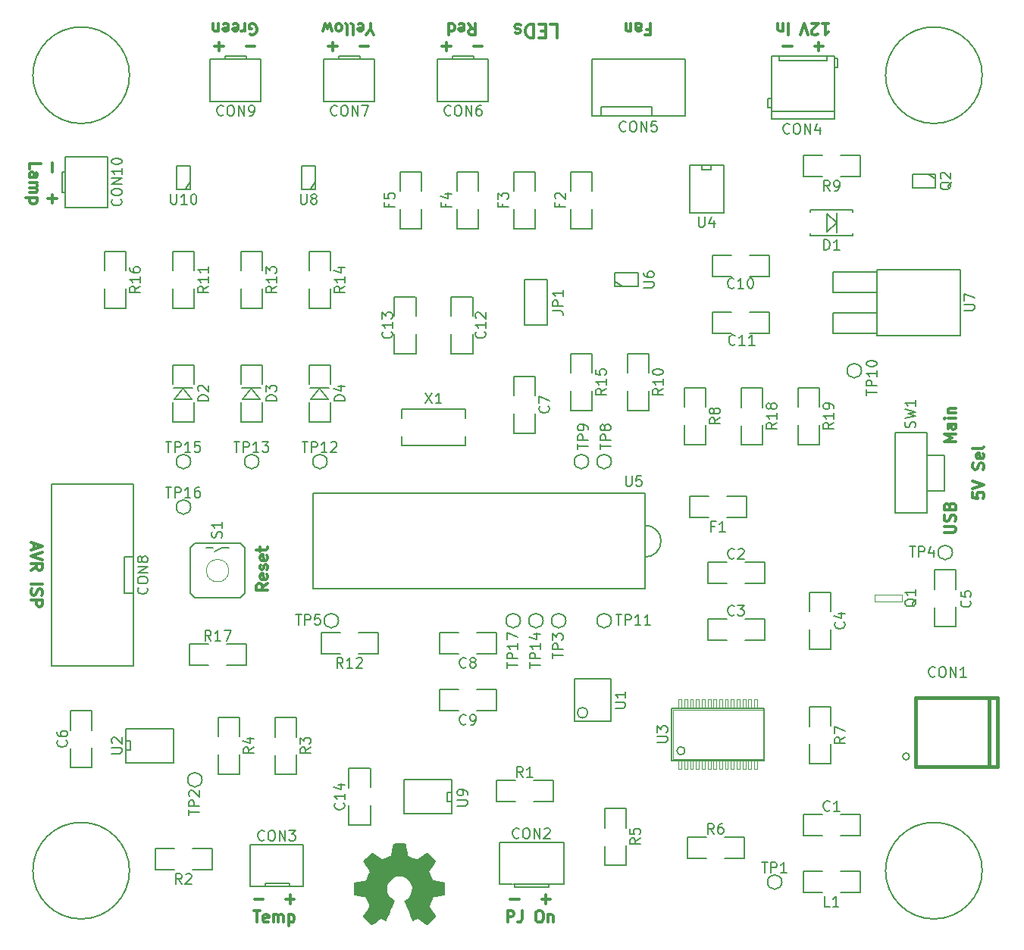
<source format=gto>
G04 (created by PCBNEW (2013-mar-08)-testing) date Fri 08 Mar 2013 11:58:21 PM EST*
%MOIN*%
G04 Gerber Fmt 3.4, Leading zero omitted, Abs format*
%FSLAX34Y34*%
G01*
G70*
G90*
G04 APERTURE LIST*
%ADD10C,0.006*%
%ADD11C,0.011811*%
%ADD12C,0.0001*%
%ADD13C,0.00590551*%
%ADD14C,0.0047*%
%ADD15C,0.005*%
%ADD16C,0.015*%
%ADD17C,0.008*%
%ADD18C,0.0026*%
%ADD19C,0.002*%
%ADD20C,0.004*%
G04 APERTURE END LIST*
G54D10*
G54D11*
X49202Y-44369D02*
X48964Y-44535D01*
X49202Y-44654D02*
X48702Y-44654D01*
X48702Y-44464D01*
X48726Y-44416D01*
X48750Y-44392D01*
X48797Y-44369D01*
X48869Y-44369D01*
X48916Y-44392D01*
X48940Y-44416D01*
X48964Y-44464D01*
X48964Y-44654D01*
X49178Y-43964D02*
X49202Y-44011D01*
X49202Y-44107D01*
X49178Y-44154D01*
X49130Y-44178D01*
X48940Y-44178D01*
X48892Y-44154D01*
X48869Y-44107D01*
X48869Y-44011D01*
X48892Y-43964D01*
X48940Y-43940D01*
X48988Y-43940D01*
X49035Y-44178D01*
X49178Y-43749D02*
X49202Y-43702D01*
X49202Y-43607D01*
X49178Y-43559D01*
X49130Y-43535D01*
X49107Y-43535D01*
X49059Y-43559D01*
X49035Y-43607D01*
X49035Y-43678D01*
X49011Y-43726D01*
X48964Y-43749D01*
X48940Y-43749D01*
X48892Y-43726D01*
X48869Y-43678D01*
X48869Y-43607D01*
X48892Y-43559D01*
X49178Y-43130D02*
X49202Y-43178D01*
X49202Y-43273D01*
X49178Y-43321D01*
X49130Y-43345D01*
X48940Y-43345D01*
X48892Y-43321D01*
X48869Y-43273D01*
X48869Y-43178D01*
X48892Y-43130D01*
X48940Y-43107D01*
X48988Y-43107D01*
X49035Y-43345D01*
X48869Y-42964D02*
X48869Y-42773D01*
X48702Y-42892D02*
X49130Y-42892D01*
X49178Y-42869D01*
X49202Y-42821D01*
X49202Y-42773D01*
X38940Y-42619D02*
X38940Y-42857D01*
X38797Y-42571D02*
X39297Y-42738D01*
X38797Y-42904D01*
X39297Y-43000D02*
X38797Y-43166D01*
X39297Y-43333D01*
X38797Y-43785D02*
X39035Y-43619D01*
X38797Y-43500D02*
X39297Y-43500D01*
X39297Y-43690D01*
X39273Y-43738D01*
X39250Y-43761D01*
X39202Y-43785D01*
X39130Y-43785D01*
X39083Y-43761D01*
X39059Y-43738D01*
X39035Y-43690D01*
X39035Y-43500D01*
X38797Y-44380D02*
X39297Y-44380D01*
X38821Y-44595D02*
X38797Y-44666D01*
X38797Y-44785D01*
X38821Y-44833D01*
X38845Y-44857D01*
X38892Y-44880D01*
X38940Y-44880D01*
X38988Y-44857D01*
X39011Y-44833D01*
X39035Y-44785D01*
X39059Y-44690D01*
X39083Y-44642D01*
X39107Y-44619D01*
X39154Y-44595D01*
X39202Y-44595D01*
X39250Y-44619D01*
X39273Y-44642D01*
X39297Y-44690D01*
X39297Y-44809D01*
X39273Y-44880D01*
X38797Y-45095D02*
X39297Y-45095D01*
X39297Y-45285D01*
X39273Y-45333D01*
X39250Y-45357D01*
X39202Y-45380D01*
X39130Y-45380D01*
X39083Y-45357D01*
X39059Y-45333D01*
X39035Y-45285D01*
X39035Y-45095D01*
X48619Y-58261D02*
X49000Y-58261D01*
X50000Y-58261D02*
X50380Y-58261D01*
X50190Y-58452D02*
X50190Y-58071D01*
X48583Y-58770D02*
X48869Y-58770D01*
X48726Y-59270D02*
X48726Y-58770D01*
X49226Y-59246D02*
X49178Y-59270D01*
X49083Y-59270D01*
X49035Y-59246D01*
X49011Y-59199D01*
X49011Y-59008D01*
X49035Y-58960D01*
X49083Y-58937D01*
X49178Y-58937D01*
X49226Y-58960D01*
X49250Y-59008D01*
X49250Y-59056D01*
X49011Y-59103D01*
X49464Y-59270D02*
X49464Y-58937D01*
X49464Y-58984D02*
X49488Y-58960D01*
X49535Y-58937D01*
X49607Y-58937D01*
X49654Y-58960D01*
X49678Y-59008D01*
X49678Y-59270D01*
X49678Y-59008D02*
X49702Y-58960D01*
X49750Y-58937D01*
X49821Y-58937D01*
X49869Y-58960D01*
X49892Y-59008D01*
X49892Y-59270D01*
X50130Y-58937D02*
X50130Y-59437D01*
X50130Y-58960D02*
X50178Y-58937D01*
X50273Y-58937D01*
X50321Y-58960D01*
X50345Y-58984D01*
X50369Y-59032D01*
X50369Y-59175D01*
X50345Y-59222D01*
X50321Y-59246D01*
X50273Y-59270D01*
X50178Y-59270D01*
X50130Y-59246D01*
X59869Y-58261D02*
X60250Y-58261D01*
X61250Y-58261D02*
X61630Y-58261D01*
X61440Y-58452D02*
X61440Y-58071D01*
X59750Y-59270D02*
X59750Y-58770D01*
X59940Y-58770D01*
X59988Y-58794D01*
X60011Y-58818D01*
X60035Y-58865D01*
X60035Y-58937D01*
X60011Y-58984D01*
X59988Y-59008D01*
X59940Y-59032D01*
X59750Y-59032D01*
X60392Y-58770D02*
X60392Y-59127D01*
X60369Y-59199D01*
X60321Y-59246D01*
X60250Y-59270D01*
X60202Y-59270D01*
X61107Y-58770D02*
X61202Y-58770D01*
X61250Y-58794D01*
X61297Y-58841D01*
X61321Y-58937D01*
X61321Y-59103D01*
X61297Y-59199D01*
X61250Y-59246D01*
X61202Y-59270D01*
X61107Y-59270D01*
X61059Y-59246D01*
X61011Y-59199D01*
X60988Y-59103D01*
X60988Y-58937D01*
X61011Y-58841D01*
X61059Y-58794D01*
X61107Y-58770D01*
X61535Y-58937D02*
X61535Y-59270D01*
X61535Y-58984D02*
X61559Y-58960D01*
X61607Y-58937D01*
X61678Y-58937D01*
X61726Y-58960D01*
X61750Y-59008D01*
X61750Y-59270D01*
X78952Y-42130D02*
X79357Y-42130D01*
X79404Y-42107D01*
X79428Y-42083D01*
X79452Y-42035D01*
X79452Y-41940D01*
X79428Y-41892D01*
X79404Y-41869D01*
X79357Y-41845D01*
X78952Y-41845D01*
X79428Y-41630D02*
X79452Y-41559D01*
X79452Y-41440D01*
X79428Y-41392D01*
X79404Y-41369D01*
X79357Y-41345D01*
X79309Y-41345D01*
X79261Y-41369D01*
X79238Y-41392D01*
X79214Y-41440D01*
X79190Y-41535D01*
X79166Y-41583D01*
X79142Y-41607D01*
X79095Y-41630D01*
X79047Y-41630D01*
X79000Y-41607D01*
X78976Y-41583D01*
X78952Y-41535D01*
X78952Y-41416D01*
X78976Y-41345D01*
X79190Y-40964D02*
X79214Y-40892D01*
X79238Y-40869D01*
X79285Y-40845D01*
X79357Y-40845D01*
X79404Y-40869D01*
X79428Y-40892D01*
X79452Y-40940D01*
X79452Y-41130D01*
X78952Y-41130D01*
X78952Y-40964D01*
X78976Y-40916D01*
X79000Y-40892D01*
X79047Y-40869D01*
X79095Y-40869D01*
X79142Y-40892D01*
X79166Y-40916D01*
X79190Y-40964D01*
X79190Y-41130D01*
X79452Y-38130D02*
X78952Y-38130D01*
X79309Y-37964D01*
X78952Y-37797D01*
X79452Y-37797D01*
X79452Y-37345D02*
X79190Y-37345D01*
X79142Y-37369D01*
X79119Y-37416D01*
X79119Y-37511D01*
X79142Y-37559D01*
X79428Y-37345D02*
X79452Y-37392D01*
X79452Y-37511D01*
X79428Y-37559D01*
X79380Y-37583D01*
X79333Y-37583D01*
X79285Y-37559D01*
X79261Y-37511D01*
X79261Y-37392D01*
X79238Y-37345D01*
X79452Y-37107D02*
X79119Y-37107D01*
X78952Y-37107D02*
X78976Y-37130D01*
X79000Y-37107D01*
X78976Y-37083D01*
X78952Y-37107D01*
X79000Y-37107D01*
X79119Y-36869D02*
X79452Y-36869D01*
X79166Y-36869D02*
X79142Y-36845D01*
X79119Y-36797D01*
X79119Y-36726D01*
X79142Y-36678D01*
X79190Y-36654D01*
X79452Y-36654D01*
X80202Y-40369D02*
X80202Y-40607D01*
X80440Y-40630D01*
X80416Y-40607D01*
X80392Y-40559D01*
X80392Y-40440D01*
X80416Y-40392D01*
X80440Y-40369D01*
X80488Y-40345D01*
X80607Y-40345D01*
X80654Y-40369D01*
X80678Y-40392D01*
X80702Y-40440D01*
X80702Y-40559D01*
X80678Y-40607D01*
X80654Y-40630D01*
X80202Y-40202D02*
X80702Y-40035D01*
X80202Y-39869D01*
X80678Y-39345D02*
X80702Y-39273D01*
X80702Y-39154D01*
X80678Y-39107D01*
X80654Y-39083D01*
X80607Y-39059D01*
X80559Y-39059D01*
X80511Y-39083D01*
X80488Y-39107D01*
X80464Y-39154D01*
X80440Y-39249D01*
X80416Y-39297D01*
X80392Y-39321D01*
X80345Y-39345D01*
X80297Y-39345D01*
X80250Y-39321D01*
X80226Y-39297D01*
X80202Y-39249D01*
X80202Y-39130D01*
X80226Y-39059D01*
X80678Y-38654D02*
X80702Y-38702D01*
X80702Y-38797D01*
X80678Y-38845D01*
X80630Y-38869D01*
X80440Y-38869D01*
X80392Y-38845D01*
X80369Y-38797D01*
X80369Y-38702D01*
X80392Y-38654D01*
X80440Y-38630D01*
X80488Y-38630D01*
X80535Y-38869D01*
X80702Y-38345D02*
X80678Y-38392D01*
X80630Y-38416D01*
X80202Y-38416D01*
X61628Y-19757D02*
X61914Y-19757D01*
X61914Y-20357D01*
X61428Y-20071D02*
X61228Y-20071D01*
X61142Y-19757D02*
X61428Y-19757D01*
X61428Y-20357D01*
X61142Y-20357D01*
X60885Y-19757D02*
X60885Y-20357D01*
X60742Y-20357D01*
X60657Y-20328D01*
X60600Y-20271D01*
X60571Y-20214D01*
X60542Y-20100D01*
X60542Y-20014D01*
X60571Y-19900D01*
X60600Y-19842D01*
X60657Y-19785D01*
X60742Y-19757D01*
X60885Y-19757D01*
X60314Y-19785D02*
X60257Y-19757D01*
X60142Y-19757D01*
X60085Y-19785D01*
X60057Y-19842D01*
X60057Y-19871D01*
X60085Y-19928D01*
X60142Y-19957D01*
X60228Y-19957D01*
X60285Y-19985D01*
X60314Y-20042D01*
X60314Y-20071D01*
X60285Y-20128D01*
X60228Y-20157D01*
X60142Y-20157D01*
X60085Y-20128D01*
X73630Y-20738D02*
X73250Y-20738D01*
X73440Y-20547D02*
X73440Y-20928D01*
X72250Y-20738D02*
X71869Y-20738D01*
X73595Y-19729D02*
X73880Y-19729D01*
X73738Y-19729D02*
X73738Y-20229D01*
X73785Y-20158D01*
X73833Y-20110D01*
X73880Y-20086D01*
X73404Y-20181D02*
X73380Y-20205D01*
X73333Y-20229D01*
X73214Y-20229D01*
X73166Y-20205D01*
X73142Y-20181D01*
X73119Y-20134D01*
X73119Y-20086D01*
X73142Y-20015D01*
X73428Y-19729D01*
X73119Y-19729D01*
X72976Y-20229D02*
X72809Y-19729D01*
X72642Y-20229D01*
X72095Y-19729D02*
X72095Y-20229D01*
X71857Y-20062D02*
X71857Y-19729D01*
X71857Y-20015D02*
X71833Y-20039D01*
X71785Y-20062D01*
X71714Y-20062D01*
X71666Y-20039D01*
X71642Y-19991D01*
X71642Y-19729D01*
X65880Y-19991D02*
X66047Y-19991D01*
X66047Y-19729D02*
X66047Y-20229D01*
X65809Y-20229D01*
X65404Y-19729D02*
X65404Y-19991D01*
X65428Y-20039D01*
X65476Y-20062D01*
X65571Y-20062D01*
X65619Y-20039D01*
X65404Y-19753D02*
X65452Y-19729D01*
X65571Y-19729D01*
X65619Y-19753D01*
X65642Y-19800D01*
X65642Y-19848D01*
X65619Y-19896D01*
X65571Y-19919D01*
X65452Y-19919D01*
X65404Y-19943D01*
X65166Y-20062D02*
X65166Y-19729D01*
X65166Y-20015D02*
X65142Y-20039D01*
X65095Y-20062D01*
X65023Y-20062D01*
X64976Y-20039D01*
X64952Y-19991D01*
X64952Y-19729D01*
X58630Y-20738D02*
X58250Y-20738D01*
X57250Y-20738D02*
X56869Y-20738D01*
X57059Y-20547D02*
X57059Y-20928D01*
X58035Y-19729D02*
X58202Y-19967D01*
X58321Y-19729D02*
X58321Y-20229D01*
X58130Y-20229D01*
X58083Y-20205D01*
X58059Y-20181D01*
X58035Y-20134D01*
X58035Y-20062D01*
X58059Y-20015D01*
X58083Y-19991D01*
X58130Y-19967D01*
X58321Y-19967D01*
X57630Y-19753D02*
X57678Y-19729D01*
X57773Y-19729D01*
X57821Y-19753D01*
X57845Y-19800D01*
X57845Y-19991D01*
X57821Y-20039D01*
X57773Y-20062D01*
X57678Y-20062D01*
X57630Y-20039D01*
X57607Y-19991D01*
X57607Y-19943D01*
X57845Y-19896D01*
X57178Y-19729D02*
X57178Y-20229D01*
X57178Y-19753D02*
X57226Y-19729D01*
X57321Y-19729D01*
X57369Y-19753D01*
X57392Y-19777D01*
X57416Y-19824D01*
X57416Y-19967D01*
X57392Y-20015D01*
X57369Y-20039D01*
X57321Y-20062D01*
X57226Y-20062D01*
X57178Y-20039D01*
X53630Y-20738D02*
X53250Y-20738D01*
X52250Y-20738D02*
X51869Y-20738D01*
X52059Y-20547D02*
X52059Y-20928D01*
X53714Y-19967D02*
X53714Y-19729D01*
X53880Y-20229D02*
X53714Y-19967D01*
X53547Y-20229D01*
X53190Y-19753D02*
X53238Y-19729D01*
X53333Y-19729D01*
X53380Y-19753D01*
X53404Y-19800D01*
X53404Y-19991D01*
X53380Y-20039D01*
X53333Y-20062D01*
X53238Y-20062D01*
X53190Y-20039D01*
X53166Y-19991D01*
X53166Y-19943D01*
X53404Y-19896D01*
X52880Y-19729D02*
X52928Y-19753D01*
X52952Y-19800D01*
X52952Y-20229D01*
X52619Y-19729D02*
X52666Y-19753D01*
X52690Y-19800D01*
X52690Y-20229D01*
X52357Y-19729D02*
X52404Y-19753D01*
X52428Y-19777D01*
X52452Y-19824D01*
X52452Y-19967D01*
X52428Y-20015D01*
X52404Y-20039D01*
X52357Y-20062D01*
X52285Y-20062D01*
X52238Y-20039D01*
X52214Y-20015D01*
X52190Y-19967D01*
X52190Y-19824D01*
X52214Y-19777D01*
X52238Y-19753D01*
X52285Y-19729D01*
X52357Y-19729D01*
X52023Y-20062D02*
X51928Y-19729D01*
X51833Y-19967D01*
X51738Y-19729D01*
X51642Y-20062D01*
X48630Y-20738D02*
X48250Y-20738D01*
X47250Y-20738D02*
X46869Y-20738D01*
X47059Y-20547D02*
X47059Y-20928D01*
X48428Y-20205D02*
X48476Y-20229D01*
X48547Y-20229D01*
X48619Y-20205D01*
X48666Y-20158D01*
X48690Y-20110D01*
X48714Y-20015D01*
X48714Y-19943D01*
X48690Y-19848D01*
X48666Y-19800D01*
X48619Y-19753D01*
X48547Y-19729D01*
X48500Y-19729D01*
X48428Y-19753D01*
X48404Y-19777D01*
X48404Y-19943D01*
X48500Y-19943D01*
X48190Y-19729D02*
X48190Y-20062D01*
X48190Y-19967D02*
X48166Y-20015D01*
X48142Y-20039D01*
X48095Y-20062D01*
X48047Y-20062D01*
X47690Y-19753D02*
X47738Y-19729D01*
X47833Y-19729D01*
X47880Y-19753D01*
X47904Y-19800D01*
X47904Y-19991D01*
X47880Y-20039D01*
X47833Y-20062D01*
X47738Y-20062D01*
X47690Y-20039D01*
X47666Y-19991D01*
X47666Y-19943D01*
X47904Y-19896D01*
X47261Y-19753D02*
X47309Y-19729D01*
X47404Y-19729D01*
X47452Y-19753D01*
X47476Y-19800D01*
X47476Y-19991D01*
X47452Y-20039D01*
X47404Y-20062D01*
X47309Y-20062D01*
X47261Y-20039D01*
X47238Y-19991D01*
X47238Y-19943D01*
X47476Y-19896D01*
X47023Y-20062D02*
X47023Y-19729D01*
X47023Y-20015D02*
X47000Y-20039D01*
X46952Y-20062D01*
X46880Y-20062D01*
X46833Y-20039D01*
X46809Y-19991D01*
X46809Y-19729D01*
X39738Y-25869D02*
X39738Y-26250D01*
X39738Y-27250D02*
X39738Y-27630D01*
X39547Y-27440D02*
X39928Y-27440D01*
X38729Y-26119D02*
X38729Y-25880D01*
X39229Y-25880D01*
X38729Y-26500D02*
X38991Y-26500D01*
X39039Y-26476D01*
X39062Y-26428D01*
X39062Y-26333D01*
X39039Y-26285D01*
X38753Y-26500D02*
X38729Y-26452D01*
X38729Y-26333D01*
X38753Y-26285D01*
X38800Y-26261D01*
X38848Y-26261D01*
X38896Y-26285D01*
X38919Y-26333D01*
X38919Y-26452D01*
X38943Y-26500D01*
X38729Y-26738D02*
X39062Y-26738D01*
X39015Y-26738D02*
X39039Y-26761D01*
X39062Y-26809D01*
X39062Y-26880D01*
X39039Y-26928D01*
X38991Y-26952D01*
X38729Y-26952D01*
X38991Y-26952D02*
X39039Y-26976D01*
X39062Y-27023D01*
X39062Y-27095D01*
X39039Y-27142D01*
X38991Y-27166D01*
X38729Y-27166D01*
X39062Y-27404D02*
X38562Y-27404D01*
X39039Y-27404D02*
X39062Y-27452D01*
X39062Y-27547D01*
X39039Y-27595D01*
X39015Y-27619D01*
X38967Y-27642D01*
X38824Y-27642D01*
X38777Y-27619D01*
X38753Y-27595D01*
X38729Y-27547D01*
X38729Y-27452D01*
X38753Y-27404D01*
G54D10*
X61500Y-33000D02*
X60500Y-33000D01*
X60500Y-33000D02*
X60500Y-31000D01*
X60500Y-31000D02*
X61500Y-31000D01*
X61500Y-31000D02*
X61500Y-33000D01*
G54D12*
G36*
X53788Y-59396D02*
X53809Y-59386D01*
X53856Y-59356D01*
X53922Y-59312D01*
X54001Y-59259D01*
X54080Y-59206D01*
X54146Y-59162D01*
X54191Y-59133D01*
X54210Y-59122D01*
X54220Y-59126D01*
X54258Y-59144D01*
X54313Y-59173D01*
X54344Y-59189D01*
X54395Y-59211D01*
X54419Y-59215D01*
X54424Y-59208D01*
X54442Y-59170D01*
X54471Y-59104D01*
X54509Y-59018D01*
X54552Y-58916D01*
X54598Y-58807D01*
X54645Y-58695D01*
X54689Y-58588D01*
X54728Y-58493D01*
X54759Y-58415D01*
X54780Y-58361D01*
X54788Y-58337D01*
X54785Y-58333D01*
X54760Y-58308D01*
X54716Y-58275D01*
X54622Y-58199D01*
X54528Y-58082D01*
X54471Y-57949D01*
X54453Y-57802D01*
X54469Y-57666D01*
X54522Y-57535D01*
X54614Y-57417D01*
X54725Y-57329D01*
X54854Y-57274D01*
X55000Y-57256D01*
X55139Y-57272D01*
X55273Y-57324D01*
X55391Y-57414D01*
X55441Y-57472D01*
X55510Y-57591D01*
X55549Y-57719D01*
X55553Y-57752D01*
X55547Y-57892D01*
X55506Y-58027D01*
X55431Y-58147D01*
X55328Y-58246D01*
X55316Y-58255D01*
X55268Y-58291D01*
X55236Y-58315D01*
X55211Y-58336D01*
X55390Y-58766D01*
X55418Y-58835D01*
X55467Y-58952D01*
X55511Y-59054D01*
X55545Y-59135D01*
X55569Y-59188D01*
X55579Y-59210D01*
X55581Y-59211D01*
X55596Y-59214D01*
X55629Y-59202D01*
X55689Y-59173D01*
X55729Y-59153D01*
X55775Y-59131D01*
X55795Y-59122D01*
X55812Y-59132D01*
X55857Y-59160D01*
X55921Y-59203D01*
X55998Y-59255D01*
X56071Y-59305D01*
X56138Y-59350D01*
X56188Y-59381D01*
X56211Y-59394D01*
X56215Y-59394D01*
X56236Y-59382D01*
X56275Y-59350D01*
X56334Y-59294D01*
X56417Y-59213D01*
X56429Y-59200D01*
X56497Y-59131D01*
X56553Y-59072D01*
X56590Y-59031D01*
X56603Y-59012D01*
X56603Y-59012D01*
X56591Y-58989D01*
X56560Y-58940D01*
X56515Y-58871D01*
X56461Y-58791D01*
X56318Y-58584D01*
X56397Y-58389D01*
X56421Y-58329D01*
X56451Y-58256D01*
X56474Y-58204D01*
X56486Y-58182D01*
X56507Y-58174D01*
X56560Y-58161D01*
X56638Y-58145D01*
X56730Y-58128D01*
X56818Y-58112D01*
X56898Y-58097D01*
X56956Y-58086D01*
X56982Y-58080D01*
X56988Y-58077D01*
X56993Y-58064D01*
X56996Y-58037D01*
X56998Y-57989D01*
X56999Y-57913D01*
X56999Y-57802D01*
X56999Y-57790D01*
X56998Y-57685D01*
X56997Y-57601D01*
X56994Y-57547D01*
X56990Y-57525D01*
X56990Y-57525D01*
X56965Y-57519D01*
X56909Y-57507D01*
X56829Y-57491D01*
X56734Y-57473D01*
X56728Y-57472D01*
X56634Y-57454D01*
X56554Y-57437D01*
X56499Y-57424D01*
X56475Y-57417D01*
X56471Y-57410D01*
X56451Y-57374D01*
X56424Y-57315D01*
X56393Y-57243D01*
X56362Y-57169D01*
X56335Y-57102D01*
X56317Y-57052D01*
X56312Y-57030D01*
X56312Y-57029D01*
X56327Y-57006D01*
X56359Y-56958D01*
X56405Y-56889D01*
X56460Y-56809D01*
X56465Y-56803D01*
X56519Y-56723D01*
X56563Y-56655D01*
X56592Y-56607D01*
X56603Y-56585D01*
X56603Y-56584D01*
X56585Y-56560D01*
X56544Y-56515D01*
X56486Y-56454D01*
X56416Y-56383D01*
X56394Y-56361D01*
X56316Y-56285D01*
X56262Y-56236D01*
X56228Y-56209D01*
X56212Y-56203D01*
X56212Y-56204D01*
X56188Y-56218D01*
X56137Y-56251D01*
X56069Y-56298D01*
X55988Y-56353D01*
X55982Y-56357D01*
X55902Y-56411D01*
X55835Y-56456D01*
X55788Y-56487D01*
X55767Y-56500D01*
X55764Y-56500D01*
X55731Y-56490D01*
X55674Y-56470D01*
X55604Y-56443D01*
X55530Y-56414D01*
X55463Y-56385D01*
X55413Y-56362D01*
X55389Y-56349D01*
X55388Y-56347D01*
X55380Y-56319D01*
X55366Y-56259D01*
X55349Y-56177D01*
X55331Y-56079D01*
X55328Y-56063D01*
X55310Y-55968D01*
X55294Y-55889D01*
X55283Y-55835D01*
X55278Y-55812D01*
X55264Y-55809D01*
X55217Y-55806D01*
X55146Y-55804D01*
X55060Y-55803D01*
X54970Y-55804D01*
X54881Y-55805D01*
X54806Y-55808D01*
X54752Y-55812D01*
X54729Y-55816D01*
X54729Y-55818D01*
X54720Y-55847D01*
X54707Y-55907D01*
X54690Y-55990D01*
X54672Y-56088D01*
X54668Y-56105D01*
X54650Y-56200D01*
X54634Y-56278D01*
X54623Y-56332D01*
X54617Y-56353D01*
X54608Y-56358D01*
X54569Y-56375D01*
X54505Y-56401D01*
X54426Y-56433D01*
X54243Y-56507D01*
X54019Y-56353D01*
X53998Y-56339D01*
X53917Y-56284D01*
X53851Y-56240D01*
X53805Y-56210D01*
X53786Y-56199D01*
X53784Y-56200D01*
X53762Y-56220D01*
X53717Y-56262D01*
X53657Y-56321D01*
X53586Y-56391D01*
X53534Y-56443D01*
X53472Y-56506D01*
X53433Y-56549D01*
X53411Y-56576D01*
X53404Y-56592D01*
X53405Y-56603D01*
X53420Y-56626D01*
X53453Y-56676D01*
X53499Y-56744D01*
X53554Y-56823D01*
X53599Y-56889D01*
X53648Y-56965D01*
X53679Y-57019D01*
X53690Y-57045D01*
X53687Y-57056D01*
X53672Y-57100D01*
X53645Y-57166D01*
X53611Y-57245D01*
X53533Y-57423D01*
X53417Y-57445D01*
X53346Y-57459D01*
X53248Y-57478D01*
X53153Y-57496D01*
X53006Y-57525D01*
X53000Y-58067D01*
X53023Y-58076D01*
X53045Y-58082D01*
X53100Y-58094D01*
X53178Y-58110D01*
X53270Y-58127D01*
X53348Y-58142D01*
X53427Y-58157D01*
X53484Y-58168D01*
X53509Y-58173D01*
X53515Y-58182D01*
X53535Y-58220D01*
X53563Y-58281D01*
X53595Y-58354D01*
X53626Y-58430D01*
X53654Y-58500D01*
X53673Y-58553D01*
X53681Y-58581D01*
X53670Y-58602D01*
X53640Y-58648D01*
X53596Y-58714D01*
X53543Y-58793D01*
X53489Y-58871D01*
X53444Y-58938D01*
X53412Y-58987D01*
X53399Y-59009D01*
X53405Y-59024D01*
X53437Y-59062D01*
X53496Y-59123D01*
X53584Y-59210D01*
X53599Y-59224D01*
X53669Y-59292D01*
X53728Y-59346D01*
X53769Y-59383D01*
X53788Y-59396D01*
X53788Y-59396D01*
G37*
G54D13*
X55100Y-37900D02*
X55100Y-38300D01*
X55100Y-38300D02*
X57900Y-38300D01*
X57900Y-38300D02*
X57900Y-37900D01*
X55100Y-37100D02*
X55100Y-36700D01*
X55100Y-36700D02*
X57900Y-36700D01*
X57900Y-36700D02*
X57900Y-37100D01*
G54D14*
X75900Y-44850D02*
X77100Y-44850D01*
X77100Y-44850D02*
X77100Y-45150D01*
X77100Y-45150D02*
X75900Y-45150D01*
X75900Y-45150D02*
X75900Y-44850D01*
G54D15*
X51300Y-26700D02*
X51100Y-27000D01*
X51300Y-26000D02*
X51300Y-27025D01*
X51300Y-27025D02*
X50700Y-27025D01*
X50700Y-27025D02*
X50700Y-26000D01*
X50700Y-26000D02*
X51300Y-26000D01*
X45800Y-26700D02*
X45600Y-27000D01*
X45800Y-26000D02*
X45800Y-27025D01*
X45800Y-27025D02*
X45200Y-27025D01*
X45200Y-27025D02*
X45200Y-26000D01*
X45200Y-26000D02*
X45800Y-26000D01*
X78250Y-26350D02*
X78550Y-26550D01*
X77550Y-26350D02*
X78575Y-26350D01*
X78575Y-26350D02*
X78575Y-26950D01*
X78575Y-26950D02*
X77550Y-26950D01*
X77550Y-26950D02*
X77550Y-26350D01*
X64800Y-31300D02*
X64500Y-31100D01*
X65500Y-31300D02*
X64475Y-31300D01*
X64475Y-31300D02*
X64475Y-30700D01*
X64475Y-30700D02*
X65500Y-30700D01*
X65500Y-30700D02*
X65500Y-31300D01*
G54D13*
X63280Y-50050D02*
G75*
G03X63280Y-50050I-230J0D01*
G74*
G01*
X62700Y-50425D02*
X62700Y-48575D01*
X62700Y-48575D02*
X64300Y-48575D01*
X64300Y-48575D02*
X64300Y-50425D01*
X64300Y-50425D02*
X62700Y-50425D01*
G54D15*
X57300Y-53050D02*
X57300Y-53000D01*
X57300Y-53000D02*
X55200Y-53000D01*
X55200Y-54500D02*
X57300Y-54500D01*
X57300Y-54500D02*
X57300Y-53050D01*
X57300Y-53950D02*
X57100Y-53950D01*
X57100Y-53950D02*
X57100Y-53550D01*
X57100Y-53550D02*
X57300Y-53550D01*
X55200Y-54500D02*
X55200Y-53000D01*
X42950Y-52200D02*
X42950Y-52250D01*
X42950Y-52250D02*
X45050Y-52250D01*
X45050Y-50750D02*
X42950Y-50750D01*
X42950Y-50750D02*
X42950Y-52200D01*
X42950Y-51300D02*
X43150Y-51300D01*
X43150Y-51300D02*
X43150Y-51700D01*
X43150Y-51700D02*
X42950Y-51700D01*
X45050Y-50750D02*
X45050Y-52250D01*
X67800Y-25950D02*
X67750Y-25950D01*
X67750Y-25950D02*
X67750Y-28050D01*
X69250Y-28050D02*
X69250Y-25950D01*
X69250Y-25950D02*
X67800Y-25950D01*
X68700Y-25950D02*
X68700Y-26150D01*
X68700Y-26150D02*
X68300Y-26150D01*
X68300Y-26150D02*
X68300Y-25950D01*
X69250Y-28050D02*
X67750Y-28050D01*
G54D13*
X60100Y-53970D02*
X59250Y-53970D01*
X59250Y-53970D02*
X59250Y-53040D01*
X59250Y-53030D02*
X60090Y-53030D01*
X60890Y-53970D02*
X61750Y-53970D01*
X61750Y-53970D02*
X61750Y-53040D01*
X61750Y-53030D02*
X60890Y-53030D01*
X64970Y-55900D02*
X64970Y-56750D01*
X64970Y-56750D02*
X64040Y-56750D01*
X64030Y-56750D02*
X64030Y-55910D01*
X64970Y-55110D02*
X64970Y-54250D01*
X64970Y-54250D02*
X64040Y-54250D01*
X64030Y-54250D02*
X64030Y-55110D01*
X74400Y-25530D02*
X75250Y-25530D01*
X75250Y-25530D02*
X75250Y-26460D01*
X75250Y-26470D02*
X74410Y-26470D01*
X73610Y-25530D02*
X72750Y-25530D01*
X72750Y-25530D02*
X72750Y-26460D01*
X72750Y-26470D02*
X73610Y-26470D01*
X68600Y-41470D02*
X67750Y-41470D01*
X67750Y-41470D02*
X67750Y-40540D01*
X67750Y-40530D02*
X68590Y-40530D01*
X69390Y-41470D02*
X70250Y-41470D01*
X70250Y-41470D02*
X70250Y-40540D01*
X70250Y-40530D02*
X69390Y-40530D01*
X73600Y-57970D02*
X72750Y-57970D01*
X72750Y-57970D02*
X72750Y-57040D01*
X72750Y-57030D02*
X73590Y-57030D01*
X74390Y-57970D02*
X75250Y-57970D01*
X75250Y-57970D02*
X75250Y-57040D01*
X75250Y-57030D02*
X74390Y-57030D01*
X62530Y-27100D02*
X62530Y-26250D01*
X62530Y-26250D02*
X63460Y-26250D01*
X63470Y-26250D02*
X63470Y-27090D01*
X62530Y-27890D02*
X62530Y-28750D01*
X62530Y-28750D02*
X63460Y-28750D01*
X63470Y-28750D02*
X63470Y-27890D01*
X55030Y-27100D02*
X55030Y-26250D01*
X55030Y-26250D02*
X55960Y-26250D01*
X55970Y-26250D02*
X55970Y-27090D01*
X55030Y-27890D02*
X55030Y-28750D01*
X55030Y-28750D02*
X55960Y-28750D01*
X55970Y-28750D02*
X55970Y-27890D01*
X69400Y-44370D02*
X68550Y-44370D01*
X68550Y-44370D02*
X68550Y-43440D01*
X68550Y-43430D02*
X69390Y-43430D01*
X70190Y-44370D02*
X71050Y-44370D01*
X71050Y-44370D02*
X71050Y-43440D01*
X71050Y-43430D02*
X70190Y-43430D01*
X57530Y-27100D02*
X57530Y-26250D01*
X57530Y-26250D02*
X58460Y-26250D01*
X58470Y-26250D02*
X58470Y-27090D01*
X57530Y-27890D02*
X57530Y-28750D01*
X57530Y-28750D02*
X58460Y-28750D01*
X58470Y-28750D02*
X58470Y-27890D01*
X60030Y-27100D02*
X60030Y-26250D01*
X60030Y-26250D02*
X60960Y-26250D01*
X60970Y-26250D02*
X60970Y-27090D01*
X60030Y-27890D02*
X60030Y-28750D01*
X60030Y-28750D02*
X60960Y-28750D01*
X60970Y-28750D02*
X60970Y-27890D01*
X41470Y-51600D02*
X41470Y-52450D01*
X41470Y-52450D02*
X40540Y-52450D01*
X40530Y-52450D02*
X40530Y-51610D01*
X41470Y-50810D02*
X41470Y-49950D01*
X41470Y-49950D02*
X40540Y-49950D01*
X40530Y-49950D02*
X40530Y-50810D01*
X69400Y-46870D02*
X68550Y-46870D01*
X68550Y-46870D02*
X68550Y-45940D01*
X68550Y-45930D02*
X69390Y-45930D01*
X70190Y-46870D02*
X71050Y-46870D01*
X71050Y-46870D02*
X71050Y-45940D01*
X71050Y-45930D02*
X70190Y-45930D01*
X69600Y-30870D02*
X68750Y-30870D01*
X68750Y-30870D02*
X68750Y-29940D01*
X68750Y-29930D02*
X69590Y-29930D01*
X70390Y-30870D02*
X71250Y-30870D01*
X71250Y-30870D02*
X71250Y-29940D01*
X71250Y-29930D02*
X70390Y-29930D01*
X69600Y-33370D02*
X68750Y-33370D01*
X68750Y-33370D02*
X68750Y-32440D01*
X68750Y-32430D02*
X69590Y-32430D01*
X70390Y-33370D02*
X71250Y-33370D01*
X71250Y-33370D02*
X71250Y-32440D01*
X71250Y-32430D02*
X70390Y-32430D01*
X67530Y-36600D02*
X67530Y-35750D01*
X67530Y-35750D02*
X68460Y-35750D01*
X68470Y-35750D02*
X68470Y-36590D01*
X67530Y-37390D02*
X67530Y-38250D01*
X67530Y-38250D02*
X68460Y-38250D01*
X68470Y-38250D02*
X68470Y-37390D01*
X65030Y-35100D02*
X65030Y-34250D01*
X65030Y-34250D02*
X65960Y-34250D01*
X65970Y-34250D02*
X65970Y-35090D01*
X65030Y-35890D02*
X65030Y-36750D01*
X65030Y-36750D02*
X65960Y-36750D01*
X65970Y-36750D02*
X65970Y-35890D01*
X42030Y-30600D02*
X42030Y-29750D01*
X42030Y-29750D02*
X42960Y-29750D01*
X42970Y-29750D02*
X42970Y-30590D01*
X42030Y-31390D02*
X42030Y-32250D01*
X42030Y-32250D02*
X42960Y-32250D01*
X42970Y-32250D02*
X42970Y-31390D01*
X79470Y-45400D02*
X79470Y-46250D01*
X79470Y-46250D02*
X78540Y-46250D01*
X78530Y-46250D02*
X78530Y-45410D01*
X79470Y-44610D02*
X79470Y-43750D01*
X79470Y-43750D02*
X78540Y-43750D01*
X78530Y-43750D02*
X78530Y-44610D01*
X73030Y-50650D02*
X73030Y-49800D01*
X73030Y-49800D02*
X73960Y-49800D01*
X73970Y-49800D02*
X73970Y-50640D01*
X73030Y-51440D02*
X73030Y-52300D01*
X73030Y-52300D02*
X73960Y-52300D01*
X73970Y-52300D02*
X73970Y-51440D01*
X73600Y-55470D02*
X72750Y-55470D01*
X72750Y-55470D02*
X72750Y-54540D01*
X72750Y-54530D02*
X73590Y-54530D01*
X74390Y-55470D02*
X75250Y-55470D01*
X75250Y-55470D02*
X75250Y-54540D01*
X75250Y-54530D02*
X74390Y-54530D01*
X60030Y-36100D02*
X60030Y-35250D01*
X60030Y-35250D02*
X60960Y-35250D01*
X60970Y-35250D02*
X60970Y-36090D01*
X60030Y-36890D02*
X60030Y-37750D01*
X60030Y-37750D02*
X60960Y-37750D01*
X60970Y-37750D02*
X60970Y-36890D01*
X58400Y-46530D02*
X59250Y-46530D01*
X59250Y-46530D02*
X59250Y-47460D01*
X59250Y-47470D02*
X58410Y-47470D01*
X57610Y-46530D02*
X56750Y-46530D01*
X56750Y-46530D02*
X56750Y-47460D01*
X56750Y-47470D02*
X57610Y-47470D01*
X58400Y-49030D02*
X59250Y-49030D01*
X59250Y-49030D02*
X59250Y-49960D01*
X59250Y-49970D02*
X58410Y-49970D01*
X57610Y-49030D02*
X56750Y-49030D01*
X56750Y-49030D02*
X56750Y-49960D01*
X56750Y-49970D02*
X57610Y-49970D01*
X57280Y-32600D02*
X57280Y-31750D01*
X57280Y-31750D02*
X58210Y-31750D01*
X58220Y-31750D02*
X58220Y-32590D01*
X57280Y-33390D02*
X57280Y-34250D01*
X57280Y-34250D02*
X58210Y-34250D01*
X58220Y-34250D02*
X58220Y-33390D01*
X73030Y-45600D02*
X73030Y-44750D01*
X73030Y-44750D02*
X73960Y-44750D01*
X73970Y-44750D02*
X73970Y-45590D01*
X73030Y-46390D02*
X73030Y-47250D01*
X73030Y-47250D02*
X73960Y-47250D01*
X73970Y-47250D02*
X73970Y-46390D01*
X69300Y-55530D02*
X70150Y-55530D01*
X70150Y-55530D02*
X70150Y-56460D01*
X70150Y-56470D02*
X69310Y-56470D01*
X68510Y-55530D02*
X67650Y-55530D01*
X67650Y-55530D02*
X67650Y-56460D01*
X67650Y-56470D02*
X68510Y-56470D01*
X45030Y-30600D02*
X45030Y-29750D01*
X45030Y-29750D02*
X45960Y-29750D01*
X45970Y-29750D02*
X45970Y-30590D01*
X45030Y-31390D02*
X45030Y-32250D01*
X45030Y-32250D02*
X45960Y-32250D01*
X45970Y-32250D02*
X45970Y-31390D01*
X48030Y-30600D02*
X48030Y-29750D01*
X48030Y-29750D02*
X48960Y-29750D01*
X48970Y-29750D02*
X48970Y-30590D01*
X48030Y-31390D02*
X48030Y-32250D01*
X48030Y-32250D02*
X48960Y-32250D01*
X48970Y-32250D02*
X48970Y-31390D01*
X51030Y-30600D02*
X51030Y-29750D01*
X51030Y-29750D02*
X51960Y-29750D01*
X51970Y-29750D02*
X51970Y-30590D01*
X51030Y-31390D02*
X51030Y-32250D01*
X51030Y-32250D02*
X51960Y-32250D01*
X51970Y-32250D02*
X51970Y-31390D01*
X62530Y-35100D02*
X62530Y-34250D01*
X62530Y-34250D02*
X63460Y-34250D01*
X63470Y-34250D02*
X63470Y-35090D01*
X62530Y-35890D02*
X62530Y-36750D01*
X62530Y-36750D02*
X63460Y-36750D01*
X63470Y-36750D02*
X63470Y-35890D01*
X54780Y-32600D02*
X54780Y-31750D01*
X54780Y-31750D02*
X55710Y-31750D01*
X55720Y-31750D02*
X55720Y-32590D01*
X54780Y-33390D02*
X54780Y-34250D01*
X54780Y-34250D02*
X55710Y-34250D01*
X55720Y-34250D02*
X55720Y-33390D01*
X50470Y-51900D02*
X50470Y-52750D01*
X50470Y-52750D02*
X49540Y-52750D01*
X49530Y-52750D02*
X49530Y-51910D01*
X50470Y-51110D02*
X50470Y-50250D01*
X50470Y-50250D02*
X49540Y-50250D01*
X49530Y-50250D02*
X49530Y-51110D01*
X47030Y-51100D02*
X47030Y-50250D01*
X47030Y-50250D02*
X47960Y-50250D01*
X47970Y-50250D02*
X47970Y-51090D01*
X47030Y-51890D02*
X47030Y-52750D01*
X47030Y-52750D02*
X47960Y-52750D01*
X47970Y-52750D02*
X47970Y-51890D01*
X46600Y-47970D02*
X45750Y-47970D01*
X45750Y-47970D02*
X45750Y-47040D01*
X45750Y-47030D02*
X46590Y-47030D01*
X47390Y-47970D02*
X48250Y-47970D01*
X48250Y-47970D02*
X48250Y-47040D01*
X48250Y-47030D02*
X47390Y-47030D01*
X52400Y-47470D02*
X51550Y-47470D01*
X51550Y-47470D02*
X51550Y-46540D01*
X51550Y-46530D02*
X52390Y-46530D01*
X53190Y-47470D02*
X54050Y-47470D01*
X54050Y-47470D02*
X54050Y-46540D01*
X54050Y-46530D02*
X53190Y-46530D01*
X52780Y-53350D02*
X52780Y-52500D01*
X52780Y-52500D02*
X53710Y-52500D01*
X53720Y-52500D02*
X53720Y-53340D01*
X52780Y-54140D02*
X52780Y-55000D01*
X52780Y-55000D02*
X53710Y-55000D01*
X53720Y-55000D02*
X53720Y-54140D01*
X45100Y-56970D02*
X44250Y-56970D01*
X44250Y-56970D02*
X44250Y-56040D01*
X44250Y-56030D02*
X45090Y-56030D01*
X45890Y-56970D02*
X46750Y-56970D01*
X46750Y-56970D02*
X46750Y-56040D01*
X46750Y-56030D02*
X45890Y-56030D01*
X70970Y-37400D02*
X70970Y-38250D01*
X70970Y-38250D02*
X70040Y-38250D01*
X70030Y-38250D02*
X70030Y-37410D01*
X70970Y-36610D02*
X70970Y-35750D01*
X70970Y-35750D02*
X70040Y-35750D01*
X70030Y-35750D02*
X70030Y-36610D01*
X72530Y-36600D02*
X72530Y-35750D01*
X72530Y-35750D02*
X73460Y-35750D01*
X73470Y-35750D02*
X73470Y-36590D01*
X72530Y-37390D02*
X72530Y-38250D01*
X72530Y-38250D02*
X73460Y-38250D01*
X73470Y-38250D02*
X73470Y-37390D01*
X51490Y-35750D02*
X51100Y-36250D01*
X51100Y-36250D02*
X51880Y-36250D01*
X51880Y-36250D02*
X51480Y-35750D01*
X51070Y-35750D02*
X51910Y-35750D01*
X51030Y-35600D02*
X51030Y-34750D01*
X51030Y-34750D02*
X51960Y-34750D01*
X51970Y-34750D02*
X51970Y-35590D01*
X51030Y-36390D02*
X51030Y-37250D01*
X51030Y-37250D02*
X51960Y-37250D01*
X51970Y-37250D02*
X51970Y-36390D01*
X48490Y-35750D02*
X48100Y-36250D01*
X48100Y-36250D02*
X48880Y-36250D01*
X48880Y-36250D02*
X48480Y-35750D01*
X48070Y-35750D02*
X48910Y-35750D01*
X48030Y-35600D02*
X48030Y-34750D01*
X48030Y-34750D02*
X48960Y-34750D01*
X48970Y-34750D02*
X48970Y-35590D01*
X48030Y-36390D02*
X48030Y-37250D01*
X48030Y-37250D02*
X48960Y-37250D01*
X48970Y-37250D02*
X48970Y-36390D01*
X45490Y-35750D02*
X45100Y-36250D01*
X45100Y-36250D02*
X45880Y-36250D01*
X45880Y-36250D02*
X45480Y-35750D01*
X45070Y-35750D02*
X45910Y-35750D01*
X45030Y-35600D02*
X45030Y-34750D01*
X45030Y-34750D02*
X45960Y-34750D01*
X45970Y-34750D02*
X45970Y-35590D01*
X45030Y-36390D02*
X45030Y-37250D01*
X45030Y-37250D02*
X45960Y-37250D01*
X45970Y-37250D02*
X45970Y-36390D01*
G54D15*
X64316Y-46000D02*
G75*
G03X64316Y-46000I-316J0D01*
G74*
G01*
X71816Y-57500D02*
G75*
G03X71816Y-57500I-316J0D01*
G74*
G01*
X62316Y-46000D02*
G75*
G03X62316Y-46000I-316J0D01*
G74*
G01*
X79316Y-43000D02*
G75*
G03X79316Y-43000I-316J0D01*
G74*
G01*
X75316Y-35000D02*
G75*
G03X75316Y-35000I-316J0D01*
G74*
G01*
X52316Y-46000D02*
G75*
G03X52316Y-46000I-316J0D01*
G74*
G01*
X46316Y-53000D02*
G75*
G03X46316Y-53000I-316J0D01*
G74*
G01*
X64316Y-39000D02*
G75*
G03X64316Y-39000I-316J0D01*
G74*
G01*
X63316Y-39000D02*
G75*
G03X63316Y-39000I-316J0D01*
G74*
G01*
X48816Y-39000D02*
G75*
G03X48816Y-39000I-316J0D01*
G74*
G01*
X51816Y-39000D02*
G75*
G03X51816Y-39000I-316J0D01*
G74*
G01*
X45816Y-39000D02*
G75*
G03X45816Y-39000I-316J0D01*
G74*
G01*
X45816Y-41000D02*
G75*
G03X45816Y-41000I-316J0D01*
G74*
G01*
X60316Y-46000D02*
G75*
G03X60316Y-46000I-316J0D01*
G74*
G01*
X61316Y-46000D02*
G75*
G03X61316Y-46000I-316J0D01*
G74*
G01*
G54D13*
X79650Y-30550D02*
X79650Y-33450D01*
X79650Y-33450D02*
X76000Y-33450D01*
X76000Y-33450D02*
X76000Y-30550D01*
X76000Y-30550D02*
X79650Y-30550D01*
X75950Y-32450D02*
X74050Y-32450D01*
X74050Y-32450D02*
X74050Y-33350D01*
X74050Y-33350D02*
X75950Y-33350D01*
X75950Y-30650D02*
X74050Y-30650D01*
X74050Y-30650D02*
X74050Y-31550D01*
X74050Y-31550D02*
X75950Y-31550D01*
X43300Y-44800D02*
X42900Y-44800D01*
X42900Y-44800D02*
X42900Y-43200D01*
X42900Y-43200D02*
X43300Y-43200D01*
X43300Y-43200D02*
X43300Y-44800D01*
X43300Y-48000D02*
X43300Y-44800D01*
X43300Y-40000D02*
X43300Y-43200D01*
X43300Y-40000D02*
X39700Y-40000D01*
X39700Y-40000D02*
X39700Y-48000D01*
X39700Y-48000D02*
X43300Y-48000D01*
X66500Y-42500D02*
G75*
G03X65800Y-41800I-700J0D01*
G74*
G01*
X65800Y-43200D02*
G75*
G03X66500Y-42500I0J700D01*
G74*
G01*
X51200Y-44600D02*
X51200Y-40400D01*
X51200Y-40400D02*
X65800Y-40400D01*
X65800Y-40400D02*
X65800Y-44600D01*
X65800Y-44600D02*
X51200Y-44600D01*
X50150Y-57700D02*
X50150Y-57575D01*
X50150Y-57575D02*
X49100Y-57575D01*
X49100Y-57575D02*
X49100Y-57700D01*
X48425Y-55875D02*
X48425Y-57700D01*
X48425Y-57700D02*
X50775Y-57700D01*
X50775Y-57700D02*
X50775Y-55875D01*
X50775Y-55875D02*
X48425Y-55875D01*
X67550Y-21500D02*
X67550Y-21300D01*
X67550Y-21300D02*
X63450Y-21300D01*
X63450Y-21300D02*
X63450Y-21500D01*
X63850Y-23800D02*
X63850Y-23400D01*
X63850Y-23400D02*
X66100Y-23400D01*
X66100Y-23400D02*
X66100Y-23800D01*
X65500Y-23800D02*
X67550Y-23800D01*
X67550Y-23800D02*
X67550Y-21500D01*
X63450Y-21500D02*
X63450Y-23800D01*
X63450Y-23800D02*
X65500Y-23800D01*
X40300Y-27175D02*
X40175Y-27175D01*
X40175Y-27175D02*
X40175Y-26250D01*
X40175Y-26250D02*
X40300Y-26250D01*
X40300Y-27825D02*
X40300Y-25600D01*
X40300Y-25600D02*
X42150Y-25600D01*
X42150Y-25600D02*
X42150Y-27825D01*
X42150Y-27825D02*
X40300Y-27825D01*
X57325Y-21300D02*
X57325Y-21175D01*
X57325Y-21175D02*
X58250Y-21175D01*
X58250Y-21175D02*
X58250Y-21300D01*
X56675Y-21300D02*
X58900Y-21300D01*
X58900Y-21300D02*
X58900Y-23150D01*
X58900Y-23150D02*
X56675Y-23150D01*
X56675Y-23150D02*
X56675Y-21300D01*
X52325Y-21300D02*
X52325Y-21175D01*
X52325Y-21175D02*
X53250Y-21175D01*
X53250Y-21175D02*
X53250Y-21300D01*
X51675Y-21300D02*
X53900Y-21300D01*
X53900Y-21300D02*
X53900Y-23150D01*
X53900Y-23150D02*
X51675Y-23150D01*
X51675Y-23150D02*
X51675Y-21300D01*
X47325Y-21300D02*
X47325Y-21175D01*
X47325Y-21175D02*
X48250Y-21175D01*
X48250Y-21175D02*
X48250Y-21300D01*
X46675Y-21300D02*
X48900Y-21300D01*
X48900Y-21300D02*
X48900Y-23150D01*
X48900Y-23150D02*
X46675Y-23150D01*
X46675Y-23150D02*
X46675Y-21300D01*
X60050Y-57600D02*
X60050Y-57725D01*
X60050Y-57725D02*
X60675Y-57725D01*
X59975Y-57600D02*
X59400Y-57600D01*
X59400Y-57600D02*
X59400Y-55750D01*
X59400Y-55750D02*
X60000Y-55750D01*
X61575Y-57600D02*
X61575Y-57725D01*
X61575Y-57725D02*
X60650Y-57725D01*
X62225Y-57600D02*
X60000Y-57600D01*
X60000Y-55750D02*
X62225Y-55750D01*
X62225Y-55750D02*
X62225Y-57600D01*
X80625Y-57000D02*
G75*
G03X80625Y-57000I-2125J0D01*
G74*
G01*
X80625Y-22000D02*
G75*
G03X80625Y-22000I-2125J0D01*
G74*
G01*
X43125Y-57000D02*
G75*
G03X43125Y-57000I-2125J0D01*
G74*
G01*
X43125Y-22000D02*
G75*
G03X43125Y-22000I-2125J0D01*
G74*
G01*
X77425Y-51975D02*
G75*
G03X77425Y-51975I-150J0D01*
G74*
G01*
G54D16*
X80917Y-52416D02*
X80917Y-49384D01*
X81311Y-52416D02*
X81311Y-49384D01*
X81311Y-49384D02*
X77689Y-49384D01*
X77689Y-49384D02*
X77689Y-52416D01*
X77689Y-52416D02*
X81311Y-52416D01*
G54D13*
X71700Y-21175D02*
X71700Y-21375D01*
X71700Y-21375D02*
X73800Y-21375D01*
X73800Y-21375D02*
X73800Y-21150D01*
G54D17*
X71362Y-21162D02*
X74116Y-21162D01*
X74116Y-21162D02*
X74116Y-23602D01*
X74116Y-23602D02*
X74116Y-23917D01*
X74116Y-23917D02*
X71362Y-23917D01*
X71362Y-23917D02*
X71362Y-23602D01*
X71362Y-23602D02*
X71362Y-21162D01*
X74116Y-23602D02*
X71362Y-23602D01*
X71362Y-23031D02*
X71204Y-23031D01*
X71204Y-23031D02*
X71204Y-23425D01*
X71204Y-23425D02*
X71362Y-23425D01*
X74116Y-21260D02*
X74274Y-21260D01*
X74274Y-21260D02*
X74274Y-21654D01*
X74274Y-21654D02*
X74116Y-21654D01*
G54D13*
X74236Y-28500D02*
X73783Y-28106D01*
X73783Y-28106D02*
X73783Y-28893D01*
X73783Y-28893D02*
X74236Y-28500D01*
X74236Y-28066D02*
X74236Y-28913D01*
X73074Y-29070D02*
X73074Y-28972D01*
X74925Y-29070D02*
X74925Y-28972D01*
X74925Y-27929D02*
X74925Y-28027D01*
X73074Y-27929D02*
X73074Y-28027D01*
X74925Y-29070D02*
X73074Y-29070D01*
X73074Y-27929D02*
X74925Y-27929D01*
X67550Y-51725D02*
G75*
G03X67550Y-51725I-175J0D01*
G74*
G01*
G54D18*
X67273Y-49833D02*
X67401Y-49833D01*
X67401Y-49833D02*
X67401Y-49465D01*
X67273Y-49465D02*
X67401Y-49465D01*
X67273Y-49833D02*
X67273Y-49465D01*
X67273Y-52535D02*
X67401Y-52535D01*
X67401Y-52535D02*
X67401Y-52167D01*
X67273Y-52167D02*
X67401Y-52167D01*
X67273Y-52535D02*
X67273Y-52167D01*
X67529Y-52535D02*
X67657Y-52535D01*
X67657Y-52535D02*
X67657Y-52167D01*
X67529Y-52167D02*
X67657Y-52167D01*
X67529Y-52535D02*
X67529Y-52167D01*
X67785Y-52535D02*
X67913Y-52535D01*
X67913Y-52535D02*
X67913Y-52167D01*
X67785Y-52167D02*
X67913Y-52167D01*
X67785Y-52535D02*
X67785Y-52167D01*
X67529Y-49833D02*
X67657Y-49833D01*
X67657Y-49833D02*
X67657Y-49465D01*
X67529Y-49465D02*
X67657Y-49465D01*
X67529Y-49833D02*
X67529Y-49465D01*
X67785Y-49833D02*
X67913Y-49833D01*
X67913Y-49833D02*
X67913Y-49465D01*
X67785Y-49465D02*
X67913Y-49465D01*
X67785Y-49833D02*
X67785Y-49465D01*
X68041Y-49833D02*
X68169Y-49833D01*
X68169Y-49833D02*
X68169Y-49465D01*
X68041Y-49465D02*
X68169Y-49465D01*
X68041Y-49833D02*
X68041Y-49465D01*
X68297Y-49833D02*
X68425Y-49833D01*
X68425Y-49833D02*
X68425Y-49465D01*
X68297Y-49465D02*
X68425Y-49465D01*
X68297Y-49833D02*
X68297Y-49465D01*
X68553Y-49833D02*
X68681Y-49833D01*
X68681Y-49833D02*
X68681Y-49465D01*
X68553Y-49465D02*
X68681Y-49465D01*
X68553Y-49833D02*
X68553Y-49465D01*
X68809Y-49833D02*
X68937Y-49833D01*
X68937Y-49833D02*
X68937Y-49465D01*
X68809Y-49465D02*
X68937Y-49465D01*
X68809Y-49833D02*
X68809Y-49465D01*
X69063Y-49833D02*
X69191Y-49833D01*
X69191Y-49833D02*
X69191Y-49465D01*
X69063Y-49465D02*
X69191Y-49465D01*
X69063Y-49833D02*
X69063Y-49465D01*
X69319Y-49833D02*
X69447Y-49833D01*
X69447Y-49833D02*
X69447Y-49465D01*
X69319Y-49465D02*
X69447Y-49465D01*
X69319Y-49833D02*
X69319Y-49465D01*
X69575Y-49833D02*
X69703Y-49833D01*
X69703Y-49833D02*
X69703Y-49465D01*
X69575Y-49465D02*
X69703Y-49465D01*
X69575Y-49833D02*
X69575Y-49465D01*
X69831Y-49833D02*
X69959Y-49833D01*
X69959Y-49833D02*
X69959Y-49465D01*
X69831Y-49465D02*
X69959Y-49465D01*
X69831Y-49833D02*
X69831Y-49465D01*
X70087Y-49833D02*
X70215Y-49833D01*
X70215Y-49833D02*
X70215Y-49465D01*
X70087Y-49465D02*
X70215Y-49465D01*
X70087Y-49833D02*
X70087Y-49465D01*
X70343Y-49833D02*
X70471Y-49833D01*
X70471Y-49833D02*
X70471Y-49465D01*
X70343Y-49465D02*
X70471Y-49465D01*
X70343Y-49833D02*
X70343Y-49465D01*
X70599Y-49833D02*
X70727Y-49833D01*
X70727Y-49833D02*
X70727Y-49465D01*
X70599Y-49465D02*
X70727Y-49465D01*
X70599Y-49833D02*
X70599Y-49465D01*
X68041Y-52535D02*
X68169Y-52535D01*
X68169Y-52535D02*
X68169Y-52167D01*
X68041Y-52167D02*
X68169Y-52167D01*
X68041Y-52535D02*
X68041Y-52167D01*
X68297Y-52535D02*
X68425Y-52535D01*
X68425Y-52535D02*
X68425Y-52167D01*
X68297Y-52167D02*
X68425Y-52167D01*
X68297Y-52535D02*
X68297Y-52167D01*
X68553Y-52535D02*
X68681Y-52535D01*
X68681Y-52535D02*
X68681Y-52167D01*
X68553Y-52167D02*
X68681Y-52167D01*
X68553Y-52535D02*
X68553Y-52167D01*
X68809Y-52535D02*
X68937Y-52535D01*
X68937Y-52535D02*
X68937Y-52167D01*
X68809Y-52167D02*
X68937Y-52167D01*
X68809Y-52535D02*
X68809Y-52167D01*
X69063Y-52535D02*
X69191Y-52535D01*
X69191Y-52535D02*
X69191Y-52167D01*
X69063Y-52167D02*
X69191Y-52167D01*
X69063Y-52535D02*
X69063Y-52167D01*
X69319Y-52535D02*
X69447Y-52535D01*
X69447Y-52535D02*
X69447Y-52167D01*
X69319Y-52167D02*
X69447Y-52167D01*
X69319Y-52535D02*
X69319Y-52167D01*
X69575Y-52535D02*
X69703Y-52535D01*
X69703Y-52535D02*
X69703Y-52167D01*
X69575Y-52167D02*
X69703Y-52167D01*
X69575Y-52535D02*
X69575Y-52167D01*
X69831Y-52535D02*
X69959Y-52535D01*
X69959Y-52535D02*
X69959Y-52167D01*
X69831Y-52167D02*
X69959Y-52167D01*
X69831Y-52535D02*
X69831Y-52167D01*
X70087Y-52535D02*
X70215Y-52535D01*
X70215Y-52535D02*
X70215Y-52167D01*
X70087Y-52167D02*
X70215Y-52167D01*
X70087Y-52535D02*
X70087Y-52167D01*
X70343Y-52535D02*
X70471Y-52535D01*
X70471Y-52535D02*
X70471Y-52167D01*
X70343Y-52167D02*
X70471Y-52167D01*
X70343Y-52535D02*
X70343Y-52167D01*
X70599Y-52535D02*
X70727Y-52535D01*
X70727Y-52535D02*
X70727Y-52167D01*
X70599Y-52167D02*
X70727Y-52167D01*
X70599Y-52535D02*
X70599Y-52167D01*
G54D10*
X66953Y-49849D02*
X71047Y-49849D01*
X71047Y-49849D02*
X71047Y-52151D01*
X71047Y-52151D02*
X66953Y-52151D01*
X66953Y-52151D02*
X66953Y-49849D01*
G54D19*
X67017Y-49913D02*
X70983Y-49913D01*
X70983Y-49913D02*
X70983Y-52087D01*
X70983Y-52087D02*
X67017Y-52087D01*
X67017Y-52087D02*
X67017Y-49913D01*
G54D17*
X47400Y-45000D02*
X48000Y-45000D01*
X48000Y-45000D02*
X48200Y-44800D01*
X45800Y-44800D02*
X46000Y-45000D01*
X46000Y-45000D02*
X46600Y-45000D01*
X48200Y-42800D02*
X48000Y-42600D01*
X48000Y-42600D02*
X47400Y-42600D01*
X45800Y-42800D02*
X46000Y-42600D01*
X46000Y-42600D02*
X46600Y-42600D01*
X45800Y-44800D02*
X45800Y-44650D01*
X45800Y-42800D02*
X45800Y-42950D01*
X48200Y-42800D02*
X48200Y-42950D01*
X48200Y-44800D02*
X48200Y-44650D01*
X48200Y-44650D02*
X48200Y-42950D01*
X45800Y-42950D02*
X45800Y-44650D01*
X47392Y-45000D02*
X46600Y-45000D01*
X47404Y-42600D02*
X46600Y-42600D01*
X47500Y-42800D02*
X47200Y-42800D01*
X46800Y-42800D02*
X46500Y-42800D01*
X47200Y-42800D02*
X46850Y-42950D01*
G54D20*
X47494Y-43800D02*
G75*
G03X47494Y-43800I-494J0D01*
G74*
G01*
G54D13*
X78975Y-40275D02*
X78975Y-38725D01*
X78975Y-38725D02*
X78200Y-38725D01*
G54D15*
X78188Y-37729D02*
X76812Y-37729D01*
X76812Y-37729D02*
X76812Y-41271D01*
X76812Y-41271D02*
X78188Y-41271D01*
X78188Y-41271D02*
X78188Y-40287D01*
X78188Y-40287D02*
X78188Y-39696D01*
X78188Y-39696D02*
X78188Y-37729D01*
X78976Y-40287D02*
X78188Y-40287D01*
G54D17*
X76812Y-37926D02*
X76812Y-37729D01*
X76812Y-37729D02*
X78188Y-37729D01*
X78188Y-37729D02*
X78188Y-41271D01*
X78188Y-41271D02*
X76812Y-41271D01*
X76812Y-41271D02*
X76812Y-41074D01*
G54D10*
X61732Y-32375D02*
X62053Y-32375D01*
X62117Y-32396D01*
X62160Y-32439D01*
X62182Y-32503D01*
X62182Y-32546D01*
X62182Y-32160D02*
X61732Y-32160D01*
X61732Y-31989D01*
X61753Y-31946D01*
X61775Y-31925D01*
X61817Y-31903D01*
X61882Y-31903D01*
X61925Y-31925D01*
X61946Y-31946D01*
X61967Y-31989D01*
X61967Y-32160D01*
X62182Y-31475D02*
X62182Y-31732D01*
X62182Y-31603D02*
X61732Y-31603D01*
X61796Y-31646D01*
X61839Y-31689D01*
X61860Y-31732D01*
X56135Y-35982D02*
X56435Y-36432D01*
X56435Y-35982D02*
X56135Y-36432D01*
X56842Y-36432D02*
X56585Y-36432D01*
X56714Y-36432D02*
X56714Y-35982D01*
X56671Y-36046D01*
X56628Y-36089D01*
X56585Y-36110D01*
X77725Y-45042D02*
X77703Y-45085D01*
X77660Y-45128D01*
X77596Y-45192D01*
X77575Y-45235D01*
X77575Y-45278D01*
X77682Y-45257D02*
X77660Y-45300D01*
X77617Y-45342D01*
X77532Y-45364D01*
X77382Y-45364D01*
X77296Y-45342D01*
X77253Y-45300D01*
X77232Y-45257D01*
X77232Y-45171D01*
X77253Y-45128D01*
X77296Y-45085D01*
X77382Y-45064D01*
X77532Y-45064D01*
X77617Y-45085D01*
X77660Y-45128D01*
X77682Y-45171D01*
X77682Y-45257D01*
X77682Y-44635D02*
X77682Y-44892D01*
X77682Y-44764D02*
X77232Y-44764D01*
X77296Y-44807D01*
X77339Y-44850D01*
X77360Y-44892D01*
X50657Y-27232D02*
X50657Y-27596D01*
X50678Y-27639D01*
X50700Y-27660D01*
X50742Y-27682D01*
X50828Y-27682D01*
X50871Y-27660D01*
X50892Y-27639D01*
X50914Y-27596D01*
X50914Y-27232D01*
X51192Y-27425D02*
X51150Y-27403D01*
X51128Y-27382D01*
X51107Y-27339D01*
X51107Y-27317D01*
X51128Y-27275D01*
X51150Y-27253D01*
X51192Y-27232D01*
X51278Y-27232D01*
X51321Y-27253D01*
X51342Y-27275D01*
X51364Y-27317D01*
X51364Y-27339D01*
X51342Y-27382D01*
X51321Y-27403D01*
X51278Y-27425D01*
X51192Y-27425D01*
X51150Y-27446D01*
X51128Y-27467D01*
X51107Y-27510D01*
X51107Y-27596D01*
X51128Y-27639D01*
X51150Y-27660D01*
X51192Y-27682D01*
X51278Y-27682D01*
X51321Y-27660D01*
X51342Y-27639D01*
X51364Y-27596D01*
X51364Y-27510D01*
X51342Y-27467D01*
X51321Y-27446D01*
X51278Y-27425D01*
X44942Y-27232D02*
X44942Y-27596D01*
X44964Y-27639D01*
X44985Y-27660D01*
X45028Y-27682D01*
X45114Y-27682D01*
X45157Y-27660D01*
X45178Y-27639D01*
X45200Y-27596D01*
X45200Y-27232D01*
X45650Y-27682D02*
X45392Y-27682D01*
X45521Y-27682D02*
X45521Y-27232D01*
X45478Y-27296D01*
X45435Y-27339D01*
X45392Y-27360D01*
X45928Y-27232D02*
X45971Y-27232D01*
X46014Y-27253D01*
X46035Y-27275D01*
X46057Y-27317D01*
X46078Y-27403D01*
X46078Y-27510D01*
X46057Y-27596D01*
X46035Y-27639D01*
X46014Y-27660D01*
X45971Y-27682D01*
X45928Y-27682D01*
X45885Y-27660D01*
X45864Y-27639D01*
X45842Y-27596D01*
X45821Y-27510D01*
X45821Y-27403D01*
X45842Y-27317D01*
X45864Y-27275D01*
X45885Y-27253D01*
X45928Y-27232D01*
X79275Y-26692D02*
X79253Y-26735D01*
X79210Y-26778D01*
X79146Y-26842D01*
X79125Y-26885D01*
X79125Y-26928D01*
X79232Y-26907D02*
X79210Y-26950D01*
X79167Y-26992D01*
X79082Y-27014D01*
X78932Y-27014D01*
X78846Y-26992D01*
X78803Y-26950D01*
X78782Y-26907D01*
X78782Y-26821D01*
X78803Y-26778D01*
X78846Y-26735D01*
X78932Y-26714D01*
X79082Y-26714D01*
X79167Y-26735D01*
X79210Y-26778D01*
X79232Y-26821D01*
X79232Y-26907D01*
X78825Y-26542D02*
X78803Y-26521D01*
X78782Y-26478D01*
X78782Y-26371D01*
X78803Y-26328D01*
X78825Y-26307D01*
X78867Y-26285D01*
X78910Y-26285D01*
X78975Y-26307D01*
X79232Y-26564D01*
X79232Y-26285D01*
X65732Y-31342D02*
X66096Y-31342D01*
X66139Y-31321D01*
X66160Y-31300D01*
X66182Y-31257D01*
X66182Y-31171D01*
X66160Y-31128D01*
X66139Y-31107D01*
X66096Y-31085D01*
X65732Y-31085D01*
X65732Y-30678D02*
X65732Y-30764D01*
X65753Y-30807D01*
X65775Y-30828D01*
X65839Y-30871D01*
X65925Y-30892D01*
X66096Y-30892D01*
X66139Y-30871D01*
X66160Y-30850D01*
X66182Y-30807D01*
X66182Y-30721D01*
X66160Y-30678D01*
X66139Y-30657D01*
X66096Y-30635D01*
X65989Y-30635D01*
X65946Y-30657D01*
X65925Y-30678D01*
X65903Y-30721D01*
X65903Y-30807D01*
X65925Y-30850D01*
X65946Y-30871D01*
X65989Y-30892D01*
X64482Y-49842D02*
X64846Y-49842D01*
X64889Y-49821D01*
X64910Y-49800D01*
X64932Y-49757D01*
X64932Y-49671D01*
X64910Y-49628D01*
X64889Y-49607D01*
X64846Y-49585D01*
X64482Y-49585D01*
X64932Y-49135D02*
X64932Y-49392D01*
X64932Y-49264D02*
X64482Y-49264D01*
X64546Y-49307D01*
X64589Y-49350D01*
X64610Y-49392D01*
X57532Y-54142D02*
X57896Y-54142D01*
X57939Y-54121D01*
X57960Y-54100D01*
X57982Y-54057D01*
X57982Y-53971D01*
X57960Y-53928D01*
X57939Y-53907D01*
X57896Y-53885D01*
X57532Y-53885D01*
X57982Y-53650D02*
X57982Y-53564D01*
X57960Y-53521D01*
X57939Y-53500D01*
X57875Y-53457D01*
X57789Y-53435D01*
X57617Y-53435D01*
X57575Y-53457D01*
X57553Y-53478D01*
X57532Y-53521D01*
X57532Y-53607D01*
X57553Y-53650D01*
X57575Y-53671D01*
X57617Y-53692D01*
X57725Y-53692D01*
X57767Y-53671D01*
X57789Y-53650D01*
X57810Y-53607D01*
X57810Y-53521D01*
X57789Y-53478D01*
X57767Y-53457D01*
X57725Y-53435D01*
X42332Y-51842D02*
X42696Y-51842D01*
X42739Y-51821D01*
X42760Y-51800D01*
X42782Y-51757D01*
X42782Y-51671D01*
X42760Y-51628D01*
X42739Y-51607D01*
X42696Y-51585D01*
X42332Y-51585D01*
X42375Y-51392D02*
X42353Y-51371D01*
X42332Y-51328D01*
X42332Y-51221D01*
X42353Y-51178D01*
X42375Y-51157D01*
X42417Y-51135D01*
X42460Y-51135D01*
X42525Y-51157D01*
X42782Y-51414D01*
X42782Y-51135D01*
X68157Y-28232D02*
X68157Y-28596D01*
X68178Y-28639D01*
X68200Y-28660D01*
X68242Y-28682D01*
X68328Y-28682D01*
X68371Y-28660D01*
X68392Y-28639D01*
X68414Y-28596D01*
X68414Y-28232D01*
X68821Y-28382D02*
X68821Y-28682D01*
X68714Y-28210D02*
X68607Y-28532D01*
X68885Y-28532D01*
X60425Y-52882D02*
X60275Y-52667D01*
X60167Y-52882D02*
X60167Y-52432D01*
X60339Y-52432D01*
X60382Y-52453D01*
X60403Y-52475D01*
X60425Y-52517D01*
X60425Y-52582D01*
X60403Y-52625D01*
X60382Y-52646D01*
X60339Y-52667D01*
X60167Y-52667D01*
X60853Y-52882D02*
X60596Y-52882D01*
X60725Y-52882D02*
X60725Y-52432D01*
X60682Y-52496D01*
X60639Y-52539D01*
X60596Y-52560D01*
X65582Y-55574D02*
X65367Y-55724D01*
X65582Y-55832D02*
X65132Y-55832D01*
X65132Y-55660D01*
X65153Y-55617D01*
X65175Y-55596D01*
X65217Y-55574D01*
X65282Y-55574D01*
X65325Y-55596D01*
X65346Y-55617D01*
X65367Y-55660D01*
X65367Y-55832D01*
X65132Y-55167D02*
X65132Y-55382D01*
X65346Y-55403D01*
X65325Y-55382D01*
X65303Y-55339D01*
X65303Y-55232D01*
X65325Y-55189D01*
X65346Y-55167D01*
X65389Y-55146D01*
X65496Y-55146D01*
X65539Y-55167D01*
X65560Y-55189D01*
X65582Y-55232D01*
X65582Y-55339D01*
X65560Y-55382D01*
X65539Y-55403D01*
X73925Y-27082D02*
X73775Y-26867D01*
X73667Y-27082D02*
X73667Y-26632D01*
X73839Y-26632D01*
X73882Y-26653D01*
X73903Y-26675D01*
X73925Y-26717D01*
X73925Y-26782D01*
X73903Y-26825D01*
X73882Y-26846D01*
X73839Y-26867D01*
X73667Y-26867D01*
X74139Y-27082D02*
X74225Y-27082D01*
X74267Y-27060D01*
X74289Y-27039D01*
X74332Y-26975D01*
X74353Y-26889D01*
X74353Y-26717D01*
X74332Y-26675D01*
X74310Y-26653D01*
X74267Y-26632D01*
X74182Y-26632D01*
X74139Y-26653D01*
X74117Y-26675D01*
X74096Y-26717D01*
X74096Y-26825D01*
X74117Y-26867D01*
X74139Y-26889D01*
X74182Y-26910D01*
X74267Y-26910D01*
X74310Y-26889D01*
X74332Y-26867D01*
X74353Y-26825D01*
X68850Y-41846D02*
X68700Y-41846D01*
X68700Y-42082D02*
X68700Y-41632D01*
X68914Y-41632D01*
X69321Y-42082D02*
X69064Y-42082D01*
X69192Y-42082D02*
X69192Y-41632D01*
X69150Y-41696D01*
X69107Y-41739D01*
X69064Y-41760D01*
X73925Y-58582D02*
X73710Y-58582D01*
X73710Y-58132D01*
X74310Y-58582D02*
X74053Y-58582D01*
X74182Y-58582D02*
X74182Y-58132D01*
X74139Y-58196D01*
X74096Y-58239D01*
X74053Y-58260D01*
X62046Y-27649D02*
X62046Y-27799D01*
X62282Y-27799D02*
X61832Y-27799D01*
X61832Y-27585D01*
X61875Y-27435D02*
X61853Y-27414D01*
X61832Y-27371D01*
X61832Y-27264D01*
X61853Y-27221D01*
X61875Y-27199D01*
X61917Y-27178D01*
X61960Y-27178D01*
X62025Y-27199D01*
X62282Y-27457D01*
X62282Y-27178D01*
X54546Y-27649D02*
X54546Y-27799D01*
X54782Y-27799D02*
X54332Y-27799D01*
X54332Y-27585D01*
X54332Y-27199D02*
X54332Y-27414D01*
X54546Y-27435D01*
X54525Y-27414D01*
X54503Y-27371D01*
X54503Y-27264D01*
X54525Y-27221D01*
X54546Y-27199D01*
X54589Y-27178D01*
X54696Y-27178D01*
X54739Y-27199D01*
X54760Y-27221D01*
X54782Y-27264D01*
X54782Y-27371D01*
X54760Y-27414D01*
X54739Y-27435D01*
X69725Y-43239D02*
X69703Y-43260D01*
X69639Y-43282D01*
X69596Y-43282D01*
X69532Y-43260D01*
X69489Y-43217D01*
X69467Y-43175D01*
X69446Y-43089D01*
X69446Y-43025D01*
X69467Y-42939D01*
X69489Y-42896D01*
X69532Y-42853D01*
X69596Y-42832D01*
X69639Y-42832D01*
X69703Y-42853D01*
X69725Y-42875D01*
X69896Y-42875D02*
X69917Y-42853D01*
X69960Y-42832D01*
X70067Y-42832D01*
X70110Y-42853D01*
X70132Y-42875D01*
X70153Y-42917D01*
X70153Y-42960D01*
X70132Y-43025D01*
X69875Y-43282D01*
X70153Y-43282D01*
X57046Y-27649D02*
X57046Y-27799D01*
X57282Y-27799D02*
X56832Y-27799D01*
X56832Y-27585D01*
X56982Y-27221D02*
X57282Y-27221D01*
X56810Y-27328D02*
X57132Y-27435D01*
X57132Y-27157D01*
X59546Y-27649D02*
X59546Y-27799D01*
X59782Y-27799D02*
X59332Y-27799D01*
X59332Y-27585D01*
X59332Y-27457D02*
X59332Y-27178D01*
X59503Y-27328D01*
X59503Y-27264D01*
X59525Y-27221D01*
X59546Y-27199D01*
X59589Y-27178D01*
X59696Y-27178D01*
X59739Y-27199D01*
X59760Y-27221D01*
X59782Y-27264D01*
X59782Y-27392D01*
X59760Y-27435D01*
X59739Y-27457D01*
X40339Y-51274D02*
X40360Y-51296D01*
X40382Y-51360D01*
X40382Y-51403D01*
X40360Y-51467D01*
X40317Y-51510D01*
X40275Y-51532D01*
X40189Y-51553D01*
X40125Y-51553D01*
X40039Y-51532D01*
X39996Y-51510D01*
X39953Y-51467D01*
X39932Y-51403D01*
X39932Y-51360D01*
X39953Y-51296D01*
X39975Y-51274D01*
X39932Y-50889D02*
X39932Y-50974D01*
X39953Y-51017D01*
X39975Y-51039D01*
X40039Y-51082D01*
X40125Y-51103D01*
X40296Y-51103D01*
X40339Y-51082D01*
X40360Y-51060D01*
X40382Y-51017D01*
X40382Y-50932D01*
X40360Y-50889D01*
X40339Y-50867D01*
X40296Y-50846D01*
X40189Y-50846D01*
X40146Y-50867D01*
X40125Y-50889D01*
X40103Y-50932D01*
X40103Y-51017D01*
X40125Y-51060D01*
X40146Y-51082D01*
X40189Y-51103D01*
X69725Y-45739D02*
X69703Y-45760D01*
X69639Y-45782D01*
X69596Y-45782D01*
X69532Y-45760D01*
X69489Y-45717D01*
X69467Y-45675D01*
X69446Y-45589D01*
X69446Y-45525D01*
X69467Y-45439D01*
X69489Y-45396D01*
X69532Y-45353D01*
X69596Y-45332D01*
X69639Y-45332D01*
X69703Y-45353D01*
X69725Y-45375D01*
X69875Y-45332D02*
X70153Y-45332D01*
X70003Y-45503D01*
X70067Y-45503D01*
X70110Y-45525D01*
X70132Y-45546D01*
X70153Y-45589D01*
X70153Y-45696D01*
X70132Y-45739D01*
X70110Y-45760D01*
X70067Y-45782D01*
X69939Y-45782D01*
X69896Y-45760D01*
X69875Y-45739D01*
X69710Y-31339D02*
X69689Y-31360D01*
X69625Y-31382D01*
X69582Y-31382D01*
X69517Y-31360D01*
X69475Y-31317D01*
X69453Y-31275D01*
X69432Y-31189D01*
X69432Y-31125D01*
X69453Y-31039D01*
X69475Y-30996D01*
X69517Y-30953D01*
X69582Y-30932D01*
X69625Y-30932D01*
X69689Y-30953D01*
X69710Y-30975D01*
X70139Y-31382D02*
X69882Y-31382D01*
X70010Y-31382D02*
X70010Y-30932D01*
X69967Y-30996D01*
X69925Y-31039D01*
X69882Y-31060D01*
X70417Y-30932D02*
X70460Y-30932D01*
X70503Y-30953D01*
X70525Y-30975D01*
X70546Y-31017D01*
X70567Y-31103D01*
X70567Y-31210D01*
X70546Y-31296D01*
X70525Y-31339D01*
X70503Y-31360D01*
X70460Y-31382D01*
X70417Y-31382D01*
X70375Y-31360D01*
X70353Y-31339D01*
X70332Y-31296D01*
X70310Y-31210D01*
X70310Y-31103D01*
X70332Y-31017D01*
X70353Y-30975D01*
X70375Y-30953D01*
X70417Y-30932D01*
X69760Y-33839D02*
X69739Y-33860D01*
X69675Y-33882D01*
X69632Y-33882D01*
X69567Y-33860D01*
X69525Y-33817D01*
X69503Y-33775D01*
X69482Y-33689D01*
X69482Y-33625D01*
X69503Y-33539D01*
X69525Y-33496D01*
X69567Y-33453D01*
X69632Y-33432D01*
X69675Y-33432D01*
X69739Y-33453D01*
X69760Y-33475D01*
X70189Y-33882D02*
X69932Y-33882D01*
X70060Y-33882D02*
X70060Y-33432D01*
X70017Y-33496D01*
X69975Y-33539D01*
X69932Y-33560D01*
X70617Y-33882D02*
X70360Y-33882D01*
X70489Y-33882D02*
X70489Y-33432D01*
X70446Y-33496D01*
X70403Y-33539D01*
X70360Y-33560D01*
X69082Y-37074D02*
X68867Y-37224D01*
X69082Y-37332D02*
X68632Y-37332D01*
X68632Y-37160D01*
X68653Y-37117D01*
X68675Y-37096D01*
X68717Y-37074D01*
X68782Y-37074D01*
X68825Y-37096D01*
X68846Y-37117D01*
X68867Y-37160D01*
X68867Y-37332D01*
X68825Y-36817D02*
X68803Y-36860D01*
X68782Y-36882D01*
X68739Y-36903D01*
X68717Y-36903D01*
X68675Y-36882D01*
X68653Y-36860D01*
X68632Y-36817D01*
X68632Y-36732D01*
X68653Y-36689D01*
X68675Y-36667D01*
X68717Y-36646D01*
X68739Y-36646D01*
X68782Y-36667D01*
X68803Y-36689D01*
X68825Y-36732D01*
X68825Y-36817D01*
X68846Y-36860D01*
X68867Y-36882D01*
X68910Y-36903D01*
X68996Y-36903D01*
X69039Y-36882D01*
X69060Y-36860D01*
X69082Y-36817D01*
X69082Y-36732D01*
X69060Y-36689D01*
X69039Y-36667D01*
X68996Y-36646D01*
X68910Y-36646D01*
X68867Y-36667D01*
X68846Y-36689D01*
X68825Y-36732D01*
X66582Y-35789D02*
X66367Y-35939D01*
X66582Y-36046D02*
X66132Y-36046D01*
X66132Y-35875D01*
X66153Y-35832D01*
X66175Y-35810D01*
X66217Y-35789D01*
X66282Y-35789D01*
X66325Y-35810D01*
X66346Y-35832D01*
X66367Y-35875D01*
X66367Y-36046D01*
X66582Y-35360D02*
X66582Y-35617D01*
X66582Y-35489D02*
X66132Y-35489D01*
X66196Y-35532D01*
X66239Y-35575D01*
X66260Y-35617D01*
X66132Y-35082D02*
X66132Y-35039D01*
X66153Y-34996D01*
X66175Y-34975D01*
X66217Y-34953D01*
X66303Y-34932D01*
X66410Y-34932D01*
X66496Y-34953D01*
X66539Y-34975D01*
X66560Y-34996D01*
X66582Y-35039D01*
X66582Y-35082D01*
X66560Y-35125D01*
X66539Y-35146D01*
X66496Y-35167D01*
X66410Y-35189D01*
X66303Y-35189D01*
X66217Y-35167D01*
X66175Y-35146D01*
X66153Y-35125D01*
X66132Y-35082D01*
X43582Y-31289D02*
X43367Y-31439D01*
X43582Y-31546D02*
X43132Y-31546D01*
X43132Y-31375D01*
X43153Y-31332D01*
X43175Y-31310D01*
X43217Y-31289D01*
X43282Y-31289D01*
X43325Y-31310D01*
X43346Y-31332D01*
X43367Y-31375D01*
X43367Y-31546D01*
X43582Y-30860D02*
X43582Y-31117D01*
X43582Y-30989D02*
X43132Y-30989D01*
X43196Y-31032D01*
X43239Y-31075D01*
X43260Y-31117D01*
X43132Y-30475D02*
X43132Y-30560D01*
X43153Y-30603D01*
X43175Y-30625D01*
X43239Y-30667D01*
X43325Y-30689D01*
X43496Y-30689D01*
X43539Y-30667D01*
X43560Y-30646D01*
X43582Y-30603D01*
X43582Y-30517D01*
X43560Y-30475D01*
X43539Y-30453D01*
X43496Y-30432D01*
X43389Y-30432D01*
X43346Y-30453D01*
X43325Y-30475D01*
X43303Y-30517D01*
X43303Y-30603D01*
X43325Y-30646D01*
X43346Y-30667D01*
X43389Y-30689D01*
X80089Y-45124D02*
X80110Y-45146D01*
X80132Y-45210D01*
X80132Y-45253D01*
X80110Y-45317D01*
X80067Y-45360D01*
X80025Y-45382D01*
X79939Y-45403D01*
X79875Y-45403D01*
X79789Y-45382D01*
X79746Y-45360D01*
X79703Y-45317D01*
X79682Y-45253D01*
X79682Y-45210D01*
X79703Y-45146D01*
X79725Y-45124D01*
X79682Y-44717D02*
X79682Y-44932D01*
X79896Y-44953D01*
X79875Y-44932D01*
X79853Y-44889D01*
X79853Y-44782D01*
X79875Y-44739D01*
X79896Y-44717D01*
X79939Y-44696D01*
X80046Y-44696D01*
X80089Y-44717D01*
X80110Y-44739D01*
X80132Y-44782D01*
X80132Y-44889D01*
X80110Y-44932D01*
X80089Y-44953D01*
X74582Y-51124D02*
X74367Y-51274D01*
X74582Y-51382D02*
X74132Y-51382D01*
X74132Y-51210D01*
X74153Y-51167D01*
X74175Y-51146D01*
X74217Y-51124D01*
X74282Y-51124D01*
X74325Y-51146D01*
X74346Y-51167D01*
X74367Y-51210D01*
X74367Y-51382D01*
X74132Y-50974D02*
X74132Y-50674D01*
X74582Y-50867D01*
X73925Y-54339D02*
X73903Y-54360D01*
X73839Y-54382D01*
X73796Y-54382D01*
X73732Y-54360D01*
X73689Y-54317D01*
X73667Y-54275D01*
X73646Y-54189D01*
X73646Y-54125D01*
X73667Y-54039D01*
X73689Y-53996D01*
X73732Y-53953D01*
X73796Y-53932D01*
X73839Y-53932D01*
X73903Y-53953D01*
X73925Y-53975D01*
X74353Y-54382D02*
X74096Y-54382D01*
X74225Y-54382D02*
X74225Y-53932D01*
X74182Y-53996D01*
X74139Y-54039D01*
X74096Y-54060D01*
X61539Y-36574D02*
X61560Y-36596D01*
X61582Y-36660D01*
X61582Y-36703D01*
X61560Y-36767D01*
X61517Y-36810D01*
X61475Y-36832D01*
X61389Y-36853D01*
X61325Y-36853D01*
X61239Y-36832D01*
X61196Y-36810D01*
X61153Y-36767D01*
X61132Y-36703D01*
X61132Y-36660D01*
X61153Y-36596D01*
X61175Y-36574D01*
X61132Y-36424D02*
X61132Y-36124D01*
X61582Y-36317D01*
X57925Y-48039D02*
X57903Y-48060D01*
X57839Y-48082D01*
X57796Y-48082D01*
X57732Y-48060D01*
X57689Y-48017D01*
X57667Y-47975D01*
X57646Y-47889D01*
X57646Y-47825D01*
X57667Y-47739D01*
X57689Y-47696D01*
X57732Y-47653D01*
X57796Y-47632D01*
X57839Y-47632D01*
X57903Y-47653D01*
X57925Y-47675D01*
X58182Y-47825D02*
X58139Y-47803D01*
X58117Y-47782D01*
X58096Y-47739D01*
X58096Y-47717D01*
X58117Y-47675D01*
X58139Y-47653D01*
X58182Y-47632D01*
X58267Y-47632D01*
X58310Y-47653D01*
X58332Y-47675D01*
X58353Y-47717D01*
X58353Y-47739D01*
X58332Y-47782D01*
X58310Y-47803D01*
X58267Y-47825D01*
X58182Y-47825D01*
X58139Y-47846D01*
X58117Y-47867D01*
X58096Y-47910D01*
X58096Y-47996D01*
X58117Y-48039D01*
X58139Y-48060D01*
X58182Y-48082D01*
X58267Y-48082D01*
X58310Y-48060D01*
X58332Y-48039D01*
X58353Y-47996D01*
X58353Y-47910D01*
X58332Y-47867D01*
X58310Y-47846D01*
X58267Y-47825D01*
X57925Y-50539D02*
X57903Y-50560D01*
X57839Y-50582D01*
X57796Y-50582D01*
X57732Y-50560D01*
X57689Y-50517D01*
X57667Y-50475D01*
X57646Y-50389D01*
X57646Y-50325D01*
X57667Y-50239D01*
X57689Y-50196D01*
X57732Y-50153D01*
X57796Y-50132D01*
X57839Y-50132D01*
X57903Y-50153D01*
X57925Y-50175D01*
X58139Y-50582D02*
X58225Y-50582D01*
X58267Y-50560D01*
X58289Y-50539D01*
X58332Y-50475D01*
X58353Y-50389D01*
X58353Y-50217D01*
X58332Y-50175D01*
X58310Y-50153D01*
X58267Y-50132D01*
X58182Y-50132D01*
X58139Y-50153D01*
X58117Y-50175D01*
X58096Y-50217D01*
X58096Y-50325D01*
X58117Y-50367D01*
X58139Y-50389D01*
X58182Y-50410D01*
X58267Y-50410D01*
X58310Y-50389D01*
X58332Y-50367D01*
X58353Y-50325D01*
X58739Y-33289D02*
X58760Y-33310D01*
X58782Y-33375D01*
X58782Y-33417D01*
X58760Y-33482D01*
X58717Y-33525D01*
X58675Y-33546D01*
X58589Y-33567D01*
X58525Y-33567D01*
X58439Y-33546D01*
X58396Y-33525D01*
X58353Y-33482D01*
X58332Y-33417D01*
X58332Y-33375D01*
X58353Y-33310D01*
X58375Y-33289D01*
X58782Y-32860D02*
X58782Y-33117D01*
X58782Y-32989D02*
X58332Y-32989D01*
X58396Y-33032D01*
X58439Y-33075D01*
X58460Y-33117D01*
X58375Y-32689D02*
X58353Y-32667D01*
X58332Y-32625D01*
X58332Y-32517D01*
X58353Y-32475D01*
X58375Y-32453D01*
X58417Y-32432D01*
X58460Y-32432D01*
X58525Y-32453D01*
X58782Y-32710D01*
X58782Y-32432D01*
X74539Y-46074D02*
X74560Y-46096D01*
X74582Y-46160D01*
X74582Y-46203D01*
X74560Y-46267D01*
X74517Y-46310D01*
X74475Y-46332D01*
X74389Y-46353D01*
X74325Y-46353D01*
X74239Y-46332D01*
X74196Y-46310D01*
X74153Y-46267D01*
X74132Y-46203D01*
X74132Y-46160D01*
X74153Y-46096D01*
X74175Y-46074D01*
X74282Y-45689D02*
X74582Y-45689D01*
X74110Y-45796D02*
X74432Y-45903D01*
X74432Y-45624D01*
X68825Y-55382D02*
X68675Y-55167D01*
X68567Y-55382D02*
X68567Y-54932D01*
X68739Y-54932D01*
X68782Y-54953D01*
X68803Y-54975D01*
X68825Y-55017D01*
X68825Y-55082D01*
X68803Y-55125D01*
X68782Y-55146D01*
X68739Y-55167D01*
X68567Y-55167D01*
X69210Y-54932D02*
X69125Y-54932D01*
X69082Y-54953D01*
X69060Y-54975D01*
X69017Y-55039D01*
X68996Y-55125D01*
X68996Y-55296D01*
X69017Y-55339D01*
X69039Y-55360D01*
X69082Y-55382D01*
X69167Y-55382D01*
X69210Y-55360D01*
X69232Y-55339D01*
X69253Y-55296D01*
X69253Y-55189D01*
X69232Y-55146D01*
X69210Y-55125D01*
X69167Y-55103D01*
X69082Y-55103D01*
X69039Y-55125D01*
X69017Y-55146D01*
X68996Y-55189D01*
X46582Y-31289D02*
X46367Y-31439D01*
X46582Y-31546D02*
X46132Y-31546D01*
X46132Y-31375D01*
X46153Y-31332D01*
X46175Y-31310D01*
X46217Y-31289D01*
X46282Y-31289D01*
X46325Y-31310D01*
X46346Y-31332D01*
X46367Y-31375D01*
X46367Y-31546D01*
X46582Y-30860D02*
X46582Y-31117D01*
X46582Y-30989D02*
X46132Y-30989D01*
X46196Y-31032D01*
X46239Y-31075D01*
X46260Y-31117D01*
X46582Y-30432D02*
X46582Y-30689D01*
X46582Y-30560D02*
X46132Y-30560D01*
X46196Y-30603D01*
X46239Y-30646D01*
X46260Y-30689D01*
X49582Y-31289D02*
X49367Y-31439D01*
X49582Y-31546D02*
X49132Y-31546D01*
X49132Y-31375D01*
X49153Y-31332D01*
X49175Y-31310D01*
X49217Y-31289D01*
X49282Y-31289D01*
X49325Y-31310D01*
X49346Y-31332D01*
X49367Y-31375D01*
X49367Y-31546D01*
X49582Y-30860D02*
X49582Y-31117D01*
X49582Y-30989D02*
X49132Y-30989D01*
X49196Y-31032D01*
X49239Y-31075D01*
X49260Y-31117D01*
X49132Y-30710D02*
X49132Y-30432D01*
X49303Y-30582D01*
X49303Y-30517D01*
X49325Y-30475D01*
X49346Y-30453D01*
X49389Y-30432D01*
X49496Y-30432D01*
X49539Y-30453D01*
X49560Y-30475D01*
X49582Y-30517D01*
X49582Y-30646D01*
X49560Y-30689D01*
X49539Y-30710D01*
X52582Y-31289D02*
X52367Y-31439D01*
X52582Y-31546D02*
X52132Y-31546D01*
X52132Y-31375D01*
X52153Y-31332D01*
X52175Y-31310D01*
X52217Y-31289D01*
X52282Y-31289D01*
X52325Y-31310D01*
X52346Y-31332D01*
X52367Y-31375D01*
X52367Y-31546D01*
X52582Y-30860D02*
X52582Y-31117D01*
X52582Y-30989D02*
X52132Y-30989D01*
X52196Y-31032D01*
X52239Y-31075D01*
X52260Y-31117D01*
X52282Y-30475D02*
X52582Y-30475D01*
X52110Y-30582D02*
X52432Y-30689D01*
X52432Y-30410D01*
X64082Y-35789D02*
X63867Y-35939D01*
X64082Y-36046D02*
X63632Y-36046D01*
X63632Y-35875D01*
X63653Y-35832D01*
X63675Y-35810D01*
X63717Y-35789D01*
X63782Y-35789D01*
X63825Y-35810D01*
X63846Y-35832D01*
X63867Y-35875D01*
X63867Y-36046D01*
X64082Y-35360D02*
X64082Y-35617D01*
X64082Y-35489D02*
X63632Y-35489D01*
X63696Y-35532D01*
X63739Y-35575D01*
X63760Y-35617D01*
X63632Y-34953D02*
X63632Y-35167D01*
X63846Y-35189D01*
X63825Y-35167D01*
X63803Y-35125D01*
X63803Y-35017D01*
X63825Y-34975D01*
X63846Y-34953D01*
X63889Y-34932D01*
X63996Y-34932D01*
X64039Y-34953D01*
X64060Y-34975D01*
X64082Y-35017D01*
X64082Y-35125D01*
X64060Y-35167D01*
X64039Y-35189D01*
X54639Y-33289D02*
X54660Y-33310D01*
X54682Y-33375D01*
X54682Y-33417D01*
X54660Y-33482D01*
X54617Y-33525D01*
X54575Y-33546D01*
X54489Y-33567D01*
X54425Y-33567D01*
X54339Y-33546D01*
X54296Y-33525D01*
X54253Y-33482D01*
X54232Y-33417D01*
X54232Y-33375D01*
X54253Y-33310D01*
X54275Y-33289D01*
X54682Y-32860D02*
X54682Y-33117D01*
X54682Y-32989D02*
X54232Y-32989D01*
X54296Y-33032D01*
X54339Y-33075D01*
X54360Y-33117D01*
X54232Y-32710D02*
X54232Y-32432D01*
X54403Y-32582D01*
X54403Y-32517D01*
X54425Y-32475D01*
X54446Y-32453D01*
X54489Y-32432D01*
X54596Y-32432D01*
X54639Y-32453D01*
X54660Y-32475D01*
X54682Y-32517D01*
X54682Y-32646D01*
X54660Y-32689D01*
X54639Y-32710D01*
X51082Y-51574D02*
X50867Y-51724D01*
X51082Y-51832D02*
X50632Y-51832D01*
X50632Y-51660D01*
X50653Y-51617D01*
X50675Y-51596D01*
X50717Y-51574D01*
X50782Y-51574D01*
X50825Y-51596D01*
X50846Y-51617D01*
X50867Y-51660D01*
X50867Y-51832D01*
X50632Y-51424D02*
X50632Y-51146D01*
X50803Y-51296D01*
X50803Y-51232D01*
X50825Y-51189D01*
X50846Y-51167D01*
X50889Y-51146D01*
X50996Y-51146D01*
X51039Y-51167D01*
X51060Y-51189D01*
X51082Y-51232D01*
X51082Y-51360D01*
X51060Y-51403D01*
X51039Y-51424D01*
X48582Y-51574D02*
X48367Y-51724D01*
X48582Y-51832D02*
X48132Y-51832D01*
X48132Y-51660D01*
X48153Y-51617D01*
X48175Y-51596D01*
X48217Y-51574D01*
X48282Y-51574D01*
X48325Y-51596D01*
X48346Y-51617D01*
X48367Y-51660D01*
X48367Y-51832D01*
X48282Y-51189D02*
X48582Y-51189D01*
X48110Y-51296D02*
X48432Y-51403D01*
X48432Y-51124D01*
X46710Y-46882D02*
X46560Y-46667D01*
X46453Y-46882D02*
X46453Y-46432D01*
X46625Y-46432D01*
X46667Y-46453D01*
X46689Y-46475D01*
X46710Y-46517D01*
X46710Y-46582D01*
X46689Y-46625D01*
X46667Y-46646D01*
X46625Y-46667D01*
X46453Y-46667D01*
X47139Y-46882D02*
X46882Y-46882D01*
X47010Y-46882D02*
X47010Y-46432D01*
X46967Y-46496D01*
X46925Y-46539D01*
X46882Y-46560D01*
X47289Y-46432D02*
X47589Y-46432D01*
X47396Y-46882D01*
X52510Y-48082D02*
X52360Y-47867D01*
X52253Y-48082D02*
X52253Y-47632D01*
X52425Y-47632D01*
X52467Y-47653D01*
X52489Y-47675D01*
X52510Y-47717D01*
X52510Y-47782D01*
X52489Y-47825D01*
X52467Y-47846D01*
X52425Y-47867D01*
X52253Y-47867D01*
X52939Y-48082D02*
X52682Y-48082D01*
X52810Y-48082D02*
X52810Y-47632D01*
X52767Y-47696D01*
X52725Y-47739D01*
X52682Y-47760D01*
X53110Y-47675D02*
X53132Y-47653D01*
X53175Y-47632D01*
X53282Y-47632D01*
X53325Y-47653D01*
X53346Y-47675D01*
X53367Y-47717D01*
X53367Y-47760D01*
X53346Y-47825D01*
X53089Y-48082D01*
X53367Y-48082D01*
X52539Y-54039D02*
X52560Y-54060D01*
X52582Y-54125D01*
X52582Y-54167D01*
X52560Y-54232D01*
X52517Y-54275D01*
X52475Y-54296D01*
X52389Y-54317D01*
X52325Y-54317D01*
X52239Y-54296D01*
X52196Y-54275D01*
X52153Y-54232D01*
X52132Y-54167D01*
X52132Y-54125D01*
X52153Y-54060D01*
X52175Y-54039D01*
X52582Y-53610D02*
X52582Y-53867D01*
X52582Y-53739D02*
X52132Y-53739D01*
X52196Y-53782D01*
X52239Y-53825D01*
X52260Y-53867D01*
X52282Y-53225D02*
X52582Y-53225D01*
X52110Y-53332D02*
X52432Y-53439D01*
X52432Y-53160D01*
X45425Y-57582D02*
X45275Y-57367D01*
X45167Y-57582D02*
X45167Y-57132D01*
X45339Y-57132D01*
X45382Y-57153D01*
X45403Y-57175D01*
X45425Y-57217D01*
X45425Y-57282D01*
X45403Y-57325D01*
X45382Y-57346D01*
X45339Y-57367D01*
X45167Y-57367D01*
X45596Y-57175D02*
X45617Y-57153D01*
X45660Y-57132D01*
X45767Y-57132D01*
X45810Y-57153D01*
X45832Y-57175D01*
X45853Y-57217D01*
X45853Y-57260D01*
X45832Y-57325D01*
X45575Y-57582D01*
X45853Y-57582D01*
X71582Y-37289D02*
X71367Y-37439D01*
X71582Y-37546D02*
X71132Y-37546D01*
X71132Y-37375D01*
X71153Y-37332D01*
X71175Y-37310D01*
X71217Y-37289D01*
X71282Y-37289D01*
X71325Y-37310D01*
X71346Y-37332D01*
X71367Y-37375D01*
X71367Y-37546D01*
X71582Y-36860D02*
X71582Y-37117D01*
X71582Y-36989D02*
X71132Y-36989D01*
X71196Y-37032D01*
X71239Y-37075D01*
X71260Y-37117D01*
X71325Y-36603D02*
X71303Y-36646D01*
X71282Y-36667D01*
X71239Y-36689D01*
X71217Y-36689D01*
X71175Y-36667D01*
X71153Y-36646D01*
X71132Y-36603D01*
X71132Y-36517D01*
X71153Y-36475D01*
X71175Y-36453D01*
X71217Y-36432D01*
X71239Y-36432D01*
X71282Y-36453D01*
X71303Y-36475D01*
X71325Y-36517D01*
X71325Y-36603D01*
X71346Y-36646D01*
X71367Y-36667D01*
X71410Y-36689D01*
X71496Y-36689D01*
X71539Y-36667D01*
X71560Y-36646D01*
X71582Y-36603D01*
X71582Y-36517D01*
X71560Y-36475D01*
X71539Y-36453D01*
X71496Y-36432D01*
X71410Y-36432D01*
X71367Y-36453D01*
X71346Y-36475D01*
X71325Y-36517D01*
X74082Y-37289D02*
X73867Y-37439D01*
X74082Y-37546D02*
X73632Y-37546D01*
X73632Y-37375D01*
X73653Y-37332D01*
X73675Y-37310D01*
X73717Y-37289D01*
X73782Y-37289D01*
X73825Y-37310D01*
X73846Y-37332D01*
X73867Y-37375D01*
X73867Y-37546D01*
X74082Y-36860D02*
X74082Y-37117D01*
X74082Y-36989D02*
X73632Y-36989D01*
X73696Y-37032D01*
X73739Y-37075D01*
X73760Y-37117D01*
X74082Y-36646D02*
X74082Y-36560D01*
X74060Y-36517D01*
X74039Y-36496D01*
X73975Y-36453D01*
X73889Y-36432D01*
X73717Y-36432D01*
X73675Y-36453D01*
X73653Y-36475D01*
X73632Y-36517D01*
X73632Y-36603D01*
X73653Y-36646D01*
X73675Y-36667D01*
X73717Y-36689D01*
X73825Y-36689D01*
X73867Y-36667D01*
X73889Y-36646D01*
X73910Y-36603D01*
X73910Y-36517D01*
X73889Y-36475D01*
X73867Y-36453D01*
X73825Y-36432D01*
X52582Y-36332D02*
X52132Y-36332D01*
X52132Y-36224D01*
X52153Y-36160D01*
X52196Y-36117D01*
X52239Y-36096D01*
X52325Y-36074D01*
X52389Y-36074D01*
X52475Y-36096D01*
X52517Y-36117D01*
X52560Y-36160D01*
X52582Y-36224D01*
X52582Y-36332D01*
X52282Y-35689D02*
X52582Y-35689D01*
X52110Y-35796D02*
X52432Y-35903D01*
X52432Y-35624D01*
X49582Y-36332D02*
X49132Y-36332D01*
X49132Y-36224D01*
X49153Y-36160D01*
X49196Y-36117D01*
X49239Y-36096D01*
X49325Y-36074D01*
X49389Y-36074D01*
X49475Y-36096D01*
X49517Y-36117D01*
X49560Y-36160D01*
X49582Y-36224D01*
X49582Y-36332D01*
X49132Y-35924D02*
X49132Y-35646D01*
X49303Y-35796D01*
X49303Y-35732D01*
X49325Y-35689D01*
X49346Y-35667D01*
X49389Y-35646D01*
X49496Y-35646D01*
X49539Y-35667D01*
X49560Y-35689D01*
X49582Y-35732D01*
X49582Y-35860D01*
X49560Y-35903D01*
X49539Y-35924D01*
X46582Y-36332D02*
X46132Y-36332D01*
X46132Y-36224D01*
X46153Y-36160D01*
X46196Y-36117D01*
X46239Y-36096D01*
X46325Y-36074D01*
X46389Y-36074D01*
X46475Y-36096D01*
X46517Y-36117D01*
X46560Y-36160D01*
X46582Y-36224D01*
X46582Y-36332D01*
X46175Y-35903D02*
X46153Y-35882D01*
X46132Y-35839D01*
X46132Y-35732D01*
X46153Y-35689D01*
X46175Y-35667D01*
X46217Y-35646D01*
X46260Y-35646D01*
X46325Y-35667D01*
X46582Y-35924D01*
X46582Y-35646D01*
X64517Y-45732D02*
X64775Y-45732D01*
X64646Y-46182D02*
X64646Y-45732D01*
X64925Y-46182D02*
X64925Y-45732D01*
X65096Y-45732D01*
X65139Y-45753D01*
X65160Y-45775D01*
X65182Y-45817D01*
X65182Y-45882D01*
X65160Y-45925D01*
X65139Y-45946D01*
X65096Y-45967D01*
X64925Y-45967D01*
X65610Y-46182D02*
X65353Y-46182D01*
X65482Y-46182D02*
X65482Y-45732D01*
X65439Y-45796D01*
X65396Y-45839D01*
X65353Y-45860D01*
X66039Y-46182D02*
X65782Y-46182D01*
X65910Y-46182D02*
X65910Y-45732D01*
X65867Y-45796D01*
X65825Y-45839D01*
X65782Y-45860D01*
X70932Y-56632D02*
X71189Y-56632D01*
X71060Y-57082D02*
X71060Y-56632D01*
X71339Y-57082D02*
X71339Y-56632D01*
X71510Y-56632D01*
X71553Y-56653D01*
X71575Y-56675D01*
X71596Y-56717D01*
X71596Y-56782D01*
X71575Y-56825D01*
X71553Y-56846D01*
X71510Y-56867D01*
X71339Y-56867D01*
X72025Y-57082D02*
X71767Y-57082D01*
X71896Y-57082D02*
X71896Y-56632D01*
X71853Y-56696D01*
X71810Y-56739D01*
X71767Y-56760D01*
X61732Y-47667D02*
X61732Y-47410D01*
X62182Y-47539D02*
X61732Y-47539D01*
X62182Y-47260D02*
X61732Y-47260D01*
X61732Y-47089D01*
X61753Y-47046D01*
X61775Y-47025D01*
X61817Y-47003D01*
X61882Y-47003D01*
X61925Y-47025D01*
X61946Y-47046D01*
X61967Y-47089D01*
X61967Y-47260D01*
X61732Y-46853D02*
X61732Y-46575D01*
X61903Y-46725D01*
X61903Y-46660D01*
X61925Y-46617D01*
X61946Y-46596D01*
X61989Y-46575D01*
X62096Y-46575D01*
X62139Y-46596D01*
X62160Y-46617D01*
X62182Y-46660D01*
X62182Y-46789D01*
X62160Y-46832D01*
X62139Y-46853D01*
X77432Y-42732D02*
X77689Y-42732D01*
X77560Y-43182D02*
X77560Y-42732D01*
X77839Y-43182D02*
X77839Y-42732D01*
X78010Y-42732D01*
X78053Y-42753D01*
X78075Y-42775D01*
X78096Y-42817D01*
X78096Y-42882D01*
X78075Y-42925D01*
X78053Y-42946D01*
X78010Y-42967D01*
X77839Y-42967D01*
X78482Y-42882D02*
X78482Y-43182D01*
X78375Y-42710D02*
X78267Y-43032D01*
X78546Y-43032D01*
X75532Y-36082D02*
X75532Y-35824D01*
X75982Y-35953D02*
X75532Y-35953D01*
X75982Y-35674D02*
X75532Y-35674D01*
X75532Y-35503D01*
X75553Y-35460D01*
X75575Y-35439D01*
X75617Y-35417D01*
X75682Y-35417D01*
X75725Y-35439D01*
X75746Y-35460D01*
X75767Y-35503D01*
X75767Y-35674D01*
X75982Y-34989D02*
X75982Y-35246D01*
X75982Y-35117D02*
X75532Y-35117D01*
X75596Y-35160D01*
X75639Y-35203D01*
X75660Y-35246D01*
X75532Y-34710D02*
X75532Y-34667D01*
X75553Y-34625D01*
X75575Y-34603D01*
X75617Y-34582D01*
X75703Y-34560D01*
X75810Y-34560D01*
X75896Y-34582D01*
X75939Y-34603D01*
X75960Y-34625D01*
X75982Y-34667D01*
X75982Y-34710D01*
X75960Y-34753D01*
X75939Y-34775D01*
X75896Y-34796D01*
X75810Y-34817D01*
X75703Y-34817D01*
X75617Y-34796D01*
X75575Y-34775D01*
X75553Y-34753D01*
X75532Y-34710D01*
X50432Y-45732D02*
X50689Y-45732D01*
X50560Y-46182D02*
X50560Y-45732D01*
X50839Y-46182D02*
X50839Y-45732D01*
X51010Y-45732D01*
X51053Y-45753D01*
X51075Y-45775D01*
X51096Y-45817D01*
X51096Y-45882D01*
X51075Y-45925D01*
X51053Y-45946D01*
X51010Y-45967D01*
X50839Y-45967D01*
X51503Y-45732D02*
X51289Y-45732D01*
X51267Y-45946D01*
X51289Y-45925D01*
X51332Y-45903D01*
X51439Y-45903D01*
X51482Y-45925D01*
X51503Y-45946D01*
X51525Y-45989D01*
X51525Y-46096D01*
X51503Y-46139D01*
X51482Y-46160D01*
X51439Y-46182D01*
X51332Y-46182D01*
X51289Y-46160D01*
X51267Y-46139D01*
X45732Y-54567D02*
X45732Y-54310D01*
X46182Y-54439D02*
X45732Y-54439D01*
X46182Y-54160D02*
X45732Y-54160D01*
X45732Y-53989D01*
X45753Y-53946D01*
X45775Y-53925D01*
X45817Y-53903D01*
X45882Y-53903D01*
X45925Y-53925D01*
X45946Y-53946D01*
X45967Y-53989D01*
X45967Y-54160D01*
X45775Y-53732D02*
X45753Y-53710D01*
X45732Y-53667D01*
X45732Y-53560D01*
X45753Y-53517D01*
X45775Y-53496D01*
X45817Y-53475D01*
X45860Y-53475D01*
X45925Y-53496D01*
X46182Y-53753D01*
X46182Y-53475D01*
X63832Y-38467D02*
X63832Y-38210D01*
X64282Y-38339D02*
X63832Y-38339D01*
X64282Y-38060D02*
X63832Y-38060D01*
X63832Y-37889D01*
X63853Y-37846D01*
X63875Y-37825D01*
X63917Y-37803D01*
X63982Y-37803D01*
X64025Y-37825D01*
X64046Y-37846D01*
X64067Y-37889D01*
X64067Y-38060D01*
X64025Y-37546D02*
X64003Y-37589D01*
X63982Y-37610D01*
X63939Y-37632D01*
X63917Y-37632D01*
X63875Y-37610D01*
X63853Y-37589D01*
X63832Y-37546D01*
X63832Y-37460D01*
X63853Y-37417D01*
X63875Y-37396D01*
X63917Y-37375D01*
X63939Y-37375D01*
X63982Y-37396D01*
X64003Y-37417D01*
X64025Y-37460D01*
X64025Y-37546D01*
X64046Y-37589D01*
X64067Y-37610D01*
X64110Y-37632D01*
X64196Y-37632D01*
X64239Y-37610D01*
X64260Y-37589D01*
X64282Y-37546D01*
X64282Y-37460D01*
X64260Y-37417D01*
X64239Y-37396D01*
X64196Y-37375D01*
X64110Y-37375D01*
X64067Y-37396D01*
X64046Y-37417D01*
X64025Y-37460D01*
X62832Y-38467D02*
X62832Y-38210D01*
X63282Y-38339D02*
X62832Y-38339D01*
X63282Y-38060D02*
X62832Y-38060D01*
X62832Y-37889D01*
X62853Y-37846D01*
X62875Y-37825D01*
X62917Y-37803D01*
X62982Y-37803D01*
X63025Y-37825D01*
X63046Y-37846D01*
X63067Y-37889D01*
X63067Y-38060D01*
X63282Y-37589D02*
X63282Y-37503D01*
X63260Y-37460D01*
X63239Y-37439D01*
X63175Y-37396D01*
X63089Y-37375D01*
X62917Y-37375D01*
X62875Y-37396D01*
X62853Y-37417D01*
X62832Y-37460D01*
X62832Y-37546D01*
X62853Y-37589D01*
X62875Y-37610D01*
X62917Y-37632D01*
X63025Y-37632D01*
X63067Y-37610D01*
X63089Y-37589D01*
X63110Y-37546D01*
X63110Y-37460D01*
X63089Y-37417D01*
X63067Y-37396D01*
X63025Y-37375D01*
X47717Y-38132D02*
X47975Y-38132D01*
X47846Y-38582D02*
X47846Y-38132D01*
X48125Y-38582D02*
X48125Y-38132D01*
X48296Y-38132D01*
X48339Y-38153D01*
X48360Y-38175D01*
X48382Y-38217D01*
X48382Y-38282D01*
X48360Y-38325D01*
X48339Y-38346D01*
X48296Y-38367D01*
X48125Y-38367D01*
X48810Y-38582D02*
X48553Y-38582D01*
X48682Y-38582D02*
X48682Y-38132D01*
X48639Y-38196D01*
X48596Y-38239D01*
X48553Y-38260D01*
X48960Y-38132D02*
X49239Y-38132D01*
X49089Y-38303D01*
X49153Y-38303D01*
X49196Y-38325D01*
X49217Y-38346D01*
X49239Y-38389D01*
X49239Y-38496D01*
X49217Y-38539D01*
X49196Y-38560D01*
X49153Y-38582D01*
X49025Y-38582D01*
X48982Y-38560D01*
X48960Y-38539D01*
X50717Y-38132D02*
X50975Y-38132D01*
X50846Y-38582D02*
X50846Y-38132D01*
X51125Y-38582D02*
X51125Y-38132D01*
X51296Y-38132D01*
X51339Y-38153D01*
X51360Y-38175D01*
X51382Y-38217D01*
X51382Y-38282D01*
X51360Y-38325D01*
X51339Y-38346D01*
X51296Y-38367D01*
X51125Y-38367D01*
X51810Y-38582D02*
X51553Y-38582D01*
X51682Y-38582D02*
X51682Y-38132D01*
X51639Y-38196D01*
X51596Y-38239D01*
X51553Y-38260D01*
X51982Y-38175D02*
X52003Y-38153D01*
X52046Y-38132D01*
X52153Y-38132D01*
X52196Y-38153D01*
X52217Y-38175D01*
X52239Y-38217D01*
X52239Y-38260D01*
X52217Y-38325D01*
X51960Y-38582D01*
X52239Y-38582D01*
X44717Y-38132D02*
X44975Y-38132D01*
X44846Y-38582D02*
X44846Y-38132D01*
X45125Y-38582D02*
X45125Y-38132D01*
X45296Y-38132D01*
X45339Y-38153D01*
X45360Y-38175D01*
X45382Y-38217D01*
X45382Y-38282D01*
X45360Y-38325D01*
X45339Y-38346D01*
X45296Y-38367D01*
X45125Y-38367D01*
X45810Y-38582D02*
X45553Y-38582D01*
X45682Y-38582D02*
X45682Y-38132D01*
X45639Y-38196D01*
X45596Y-38239D01*
X45553Y-38260D01*
X46217Y-38132D02*
X46003Y-38132D01*
X45982Y-38346D01*
X46003Y-38325D01*
X46046Y-38303D01*
X46153Y-38303D01*
X46196Y-38325D01*
X46217Y-38346D01*
X46239Y-38389D01*
X46239Y-38496D01*
X46217Y-38539D01*
X46196Y-38560D01*
X46153Y-38582D01*
X46046Y-38582D01*
X46003Y-38560D01*
X45982Y-38539D01*
X44717Y-40132D02*
X44975Y-40132D01*
X44846Y-40582D02*
X44846Y-40132D01*
X45125Y-40582D02*
X45125Y-40132D01*
X45296Y-40132D01*
X45339Y-40153D01*
X45360Y-40175D01*
X45382Y-40217D01*
X45382Y-40282D01*
X45360Y-40325D01*
X45339Y-40346D01*
X45296Y-40367D01*
X45125Y-40367D01*
X45810Y-40582D02*
X45553Y-40582D01*
X45682Y-40582D02*
X45682Y-40132D01*
X45639Y-40196D01*
X45596Y-40239D01*
X45553Y-40260D01*
X46196Y-40132D02*
X46110Y-40132D01*
X46067Y-40153D01*
X46046Y-40175D01*
X46003Y-40239D01*
X45982Y-40325D01*
X45982Y-40496D01*
X46003Y-40539D01*
X46025Y-40560D01*
X46067Y-40582D01*
X46153Y-40582D01*
X46196Y-40560D01*
X46217Y-40539D01*
X46239Y-40496D01*
X46239Y-40389D01*
X46217Y-40346D01*
X46196Y-40325D01*
X46153Y-40303D01*
X46067Y-40303D01*
X46025Y-40325D01*
X46003Y-40346D01*
X45982Y-40389D01*
X59732Y-48082D02*
X59732Y-47824D01*
X60182Y-47953D02*
X59732Y-47953D01*
X60182Y-47674D02*
X59732Y-47674D01*
X59732Y-47503D01*
X59753Y-47460D01*
X59775Y-47439D01*
X59817Y-47417D01*
X59882Y-47417D01*
X59925Y-47439D01*
X59946Y-47460D01*
X59967Y-47503D01*
X59967Y-47674D01*
X60182Y-46989D02*
X60182Y-47246D01*
X60182Y-47117D02*
X59732Y-47117D01*
X59796Y-47160D01*
X59839Y-47203D01*
X59860Y-47246D01*
X59732Y-46839D02*
X59732Y-46539D01*
X60182Y-46732D01*
X60732Y-48082D02*
X60732Y-47824D01*
X61182Y-47953D02*
X60732Y-47953D01*
X61182Y-47674D02*
X60732Y-47674D01*
X60732Y-47503D01*
X60753Y-47460D01*
X60775Y-47439D01*
X60817Y-47417D01*
X60882Y-47417D01*
X60925Y-47439D01*
X60946Y-47460D01*
X60967Y-47503D01*
X60967Y-47674D01*
X61182Y-46989D02*
X61182Y-47246D01*
X61182Y-47117D02*
X60732Y-47117D01*
X60796Y-47160D01*
X60839Y-47203D01*
X60860Y-47246D01*
X60882Y-46603D02*
X61182Y-46603D01*
X60710Y-46710D02*
X61032Y-46817D01*
X61032Y-46539D01*
X79832Y-32342D02*
X80196Y-32342D01*
X80239Y-32321D01*
X80260Y-32300D01*
X80282Y-32257D01*
X80282Y-32171D01*
X80260Y-32128D01*
X80239Y-32107D01*
X80196Y-32085D01*
X79832Y-32085D01*
X79832Y-31914D02*
X79832Y-31614D01*
X80282Y-31807D01*
X43889Y-44546D02*
X43910Y-44567D01*
X43932Y-44632D01*
X43932Y-44675D01*
X43910Y-44739D01*
X43867Y-44782D01*
X43825Y-44803D01*
X43739Y-44825D01*
X43675Y-44825D01*
X43589Y-44803D01*
X43546Y-44782D01*
X43503Y-44739D01*
X43482Y-44675D01*
X43482Y-44632D01*
X43503Y-44567D01*
X43525Y-44546D01*
X43482Y-44267D02*
X43482Y-44182D01*
X43503Y-44139D01*
X43546Y-44096D01*
X43632Y-44075D01*
X43782Y-44075D01*
X43867Y-44096D01*
X43910Y-44139D01*
X43932Y-44182D01*
X43932Y-44267D01*
X43910Y-44310D01*
X43867Y-44353D01*
X43782Y-44375D01*
X43632Y-44375D01*
X43546Y-44353D01*
X43503Y-44310D01*
X43482Y-44267D01*
X43932Y-43882D02*
X43482Y-43882D01*
X43932Y-43624D01*
X43482Y-43624D01*
X43675Y-43346D02*
X43653Y-43389D01*
X43632Y-43410D01*
X43589Y-43432D01*
X43567Y-43432D01*
X43525Y-43410D01*
X43503Y-43389D01*
X43482Y-43346D01*
X43482Y-43260D01*
X43503Y-43217D01*
X43525Y-43196D01*
X43567Y-43174D01*
X43589Y-43174D01*
X43632Y-43196D01*
X43653Y-43217D01*
X43675Y-43260D01*
X43675Y-43346D01*
X43696Y-43389D01*
X43717Y-43410D01*
X43760Y-43432D01*
X43846Y-43432D01*
X43889Y-43410D01*
X43910Y-43389D01*
X43932Y-43346D01*
X43932Y-43260D01*
X43910Y-43217D01*
X43889Y-43196D01*
X43846Y-43174D01*
X43760Y-43174D01*
X43717Y-43196D01*
X43696Y-43217D01*
X43675Y-43260D01*
X64957Y-39632D02*
X64957Y-39996D01*
X64978Y-40039D01*
X65000Y-40060D01*
X65042Y-40082D01*
X65128Y-40082D01*
X65171Y-40060D01*
X65192Y-40039D01*
X65214Y-39996D01*
X65214Y-39632D01*
X65642Y-39632D02*
X65428Y-39632D01*
X65407Y-39846D01*
X65428Y-39825D01*
X65471Y-39803D01*
X65578Y-39803D01*
X65621Y-39825D01*
X65642Y-39846D01*
X65664Y-39889D01*
X65664Y-39996D01*
X65642Y-40039D01*
X65621Y-40060D01*
X65578Y-40082D01*
X65471Y-40082D01*
X65428Y-40060D01*
X65407Y-40039D01*
X49053Y-55639D02*
X49032Y-55660D01*
X48967Y-55682D01*
X48925Y-55682D01*
X48860Y-55660D01*
X48817Y-55617D01*
X48796Y-55575D01*
X48775Y-55489D01*
X48775Y-55425D01*
X48796Y-55339D01*
X48817Y-55296D01*
X48860Y-55253D01*
X48925Y-55232D01*
X48967Y-55232D01*
X49032Y-55253D01*
X49053Y-55275D01*
X49332Y-55232D02*
X49417Y-55232D01*
X49460Y-55253D01*
X49503Y-55296D01*
X49525Y-55382D01*
X49525Y-55532D01*
X49503Y-55617D01*
X49460Y-55660D01*
X49417Y-55682D01*
X49332Y-55682D01*
X49289Y-55660D01*
X49246Y-55617D01*
X49225Y-55532D01*
X49225Y-55382D01*
X49246Y-55296D01*
X49289Y-55253D01*
X49332Y-55232D01*
X49717Y-55682D02*
X49717Y-55232D01*
X49975Y-55682D01*
X49975Y-55232D01*
X50146Y-55232D02*
X50425Y-55232D01*
X50275Y-55403D01*
X50339Y-55403D01*
X50382Y-55425D01*
X50403Y-55446D01*
X50425Y-55489D01*
X50425Y-55596D01*
X50403Y-55639D01*
X50382Y-55660D01*
X50339Y-55682D01*
X50210Y-55682D01*
X50167Y-55660D01*
X50146Y-55639D01*
X64953Y-24439D02*
X64932Y-24460D01*
X64867Y-24482D01*
X64825Y-24482D01*
X64760Y-24460D01*
X64717Y-24417D01*
X64696Y-24375D01*
X64675Y-24289D01*
X64675Y-24225D01*
X64696Y-24139D01*
X64717Y-24096D01*
X64760Y-24053D01*
X64825Y-24032D01*
X64867Y-24032D01*
X64932Y-24053D01*
X64953Y-24075D01*
X65232Y-24032D02*
X65317Y-24032D01*
X65360Y-24053D01*
X65403Y-24096D01*
X65425Y-24182D01*
X65425Y-24332D01*
X65403Y-24417D01*
X65360Y-24460D01*
X65317Y-24482D01*
X65232Y-24482D01*
X65189Y-24460D01*
X65146Y-24417D01*
X65125Y-24332D01*
X65125Y-24182D01*
X65146Y-24096D01*
X65189Y-24053D01*
X65232Y-24032D01*
X65617Y-24482D02*
X65617Y-24032D01*
X65875Y-24482D01*
X65875Y-24032D01*
X66303Y-24032D02*
X66089Y-24032D01*
X66067Y-24246D01*
X66089Y-24225D01*
X66132Y-24203D01*
X66239Y-24203D01*
X66282Y-24225D01*
X66303Y-24246D01*
X66325Y-24289D01*
X66325Y-24396D01*
X66303Y-24439D01*
X66282Y-24460D01*
X66239Y-24482D01*
X66132Y-24482D01*
X66089Y-24460D01*
X66067Y-24439D01*
X42739Y-27460D02*
X42760Y-27482D01*
X42782Y-27546D01*
X42782Y-27589D01*
X42760Y-27653D01*
X42717Y-27696D01*
X42675Y-27717D01*
X42589Y-27739D01*
X42525Y-27739D01*
X42439Y-27717D01*
X42396Y-27696D01*
X42353Y-27653D01*
X42332Y-27589D01*
X42332Y-27546D01*
X42353Y-27482D01*
X42375Y-27460D01*
X42332Y-27182D02*
X42332Y-27096D01*
X42353Y-27053D01*
X42396Y-27010D01*
X42482Y-26989D01*
X42632Y-26989D01*
X42717Y-27010D01*
X42760Y-27053D01*
X42782Y-27096D01*
X42782Y-27182D01*
X42760Y-27225D01*
X42717Y-27267D01*
X42632Y-27289D01*
X42482Y-27289D01*
X42396Y-27267D01*
X42353Y-27225D01*
X42332Y-27182D01*
X42782Y-26796D02*
X42332Y-26796D01*
X42782Y-26539D01*
X42332Y-26539D01*
X42782Y-26089D02*
X42782Y-26346D01*
X42782Y-26217D02*
X42332Y-26217D01*
X42396Y-26260D01*
X42439Y-26303D01*
X42460Y-26346D01*
X42332Y-25810D02*
X42332Y-25767D01*
X42353Y-25725D01*
X42375Y-25703D01*
X42417Y-25682D01*
X42503Y-25660D01*
X42610Y-25660D01*
X42696Y-25682D01*
X42739Y-25703D01*
X42760Y-25725D01*
X42782Y-25767D01*
X42782Y-25810D01*
X42760Y-25853D01*
X42739Y-25875D01*
X42696Y-25896D01*
X42610Y-25917D01*
X42503Y-25917D01*
X42417Y-25896D01*
X42375Y-25875D01*
X42353Y-25853D01*
X42332Y-25810D01*
X57253Y-23739D02*
X57232Y-23760D01*
X57167Y-23782D01*
X57125Y-23782D01*
X57060Y-23760D01*
X57017Y-23717D01*
X56996Y-23675D01*
X56975Y-23589D01*
X56975Y-23525D01*
X56996Y-23439D01*
X57017Y-23396D01*
X57060Y-23353D01*
X57125Y-23332D01*
X57167Y-23332D01*
X57232Y-23353D01*
X57253Y-23375D01*
X57532Y-23332D02*
X57617Y-23332D01*
X57660Y-23353D01*
X57703Y-23396D01*
X57725Y-23482D01*
X57725Y-23632D01*
X57703Y-23717D01*
X57660Y-23760D01*
X57617Y-23782D01*
X57532Y-23782D01*
X57489Y-23760D01*
X57446Y-23717D01*
X57425Y-23632D01*
X57425Y-23482D01*
X57446Y-23396D01*
X57489Y-23353D01*
X57532Y-23332D01*
X57917Y-23782D02*
X57917Y-23332D01*
X58175Y-23782D01*
X58175Y-23332D01*
X58582Y-23332D02*
X58496Y-23332D01*
X58453Y-23353D01*
X58432Y-23375D01*
X58389Y-23439D01*
X58367Y-23525D01*
X58367Y-23696D01*
X58389Y-23739D01*
X58410Y-23760D01*
X58453Y-23782D01*
X58539Y-23782D01*
X58582Y-23760D01*
X58603Y-23739D01*
X58625Y-23696D01*
X58625Y-23589D01*
X58603Y-23546D01*
X58582Y-23525D01*
X58539Y-23503D01*
X58453Y-23503D01*
X58410Y-23525D01*
X58389Y-23546D01*
X58367Y-23589D01*
X52253Y-23739D02*
X52232Y-23760D01*
X52167Y-23782D01*
X52125Y-23782D01*
X52060Y-23760D01*
X52017Y-23717D01*
X51996Y-23675D01*
X51975Y-23589D01*
X51975Y-23525D01*
X51996Y-23439D01*
X52017Y-23396D01*
X52060Y-23353D01*
X52125Y-23332D01*
X52167Y-23332D01*
X52232Y-23353D01*
X52253Y-23375D01*
X52532Y-23332D02*
X52617Y-23332D01*
X52660Y-23353D01*
X52703Y-23396D01*
X52725Y-23482D01*
X52725Y-23632D01*
X52703Y-23717D01*
X52660Y-23760D01*
X52617Y-23782D01*
X52532Y-23782D01*
X52489Y-23760D01*
X52446Y-23717D01*
X52425Y-23632D01*
X52425Y-23482D01*
X52446Y-23396D01*
X52489Y-23353D01*
X52532Y-23332D01*
X52917Y-23782D02*
X52917Y-23332D01*
X53175Y-23782D01*
X53175Y-23332D01*
X53346Y-23332D02*
X53646Y-23332D01*
X53453Y-23782D01*
X47253Y-23739D02*
X47232Y-23760D01*
X47167Y-23782D01*
X47125Y-23782D01*
X47060Y-23760D01*
X47017Y-23717D01*
X46996Y-23675D01*
X46975Y-23589D01*
X46975Y-23525D01*
X46996Y-23439D01*
X47017Y-23396D01*
X47060Y-23353D01*
X47125Y-23332D01*
X47167Y-23332D01*
X47232Y-23353D01*
X47253Y-23375D01*
X47532Y-23332D02*
X47617Y-23332D01*
X47660Y-23353D01*
X47703Y-23396D01*
X47725Y-23482D01*
X47725Y-23632D01*
X47703Y-23717D01*
X47660Y-23760D01*
X47617Y-23782D01*
X47532Y-23782D01*
X47489Y-23760D01*
X47446Y-23717D01*
X47425Y-23632D01*
X47425Y-23482D01*
X47446Y-23396D01*
X47489Y-23353D01*
X47532Y-23332D01*
X47917Y-23782D02*
X47917Y-23332D01*
X48175Y-23782D01*
X48175Y-23332D01*
X48410Y-23782D02*
X48496Y-23782D01*
X48539Y-23760D01*
X48560Y-23739D01*
X48603Y-23675D01*
X48625Y-23589D01*
X48625Y-23417D01*
X48603Y-23375D01*
X48582Y-23353D01*
X48539Y-23332D01*
X48453Y-23332D01*
X48410Y-23353D01*
X48389Y-23375D01*
X48367Y-23417D01*
X48367Y-23525D01*
X48389Y-23567D01*
X48410Y-23589D01*
X48453Y-23610D01*
X48539Y-23610D01*
X48582Y-23589D01*
X48603Y-23567D01*
X48625Y-23525D01*
X60253Y-55539D02*
X60232Y-55560D01*
X60167Y-55582D01*
X60125Y-55582D01*
X60060Y-55560D01*
X60017Y-55517D01*
X59996Y-55475D01*
X59975Y-55389D01*
X59975Y-55325D01*
X59996Y-55239D01*
X60017Y-55196D01*
X60060Y-55153D01*
X60125Y-55132D01*
X60167Y-55132D01*
X60232Y-55153D01*
X60253Y-55175D01*
X60532Y-55132D02*
X60617Y-55132D01*
X60660Y-55153D01*
X60703Y-55196D01*
X60725Y-55282D01*
X60725Y-55432D01*
X60703Y-55517D01*
X60660Y-55560D01*
X60617Y-55582D01*
X60532Y-55582D01*
X60489Y-55560D01*
X60446Y-55517D01*
X60425Y-55432D01*
X60425Y-55282D01*
X60446Y-55196D01*
X60489Y-55153D01*
X60532Y-55132D01*
X60917Y-55582D02*
X60917Y-55132D01*
X61175Y-55582D01*
X61175Y-55132D01*
X61367Y-55175D02*
X61389Y-55153D01*
X61432Y-55132D01*
X61539Y-55132D01*
X61582Y-55153D01*
X61603Y-55175D01*
X61625Y-55217D01*
X61625Y-55260D01*
X61603Y-55325D01*
X61346Y-55582D01*
X61625Y-55582D01*
X78553Y-48439D02*
X78532Y-48460D01*
X78467Y-48482D01*
X78425Y-48482D01*
X78360Y-48460D01*
X78317Y-48417D01*
X78296Y-48375D01*
X78275Y-48289D01*
X78275Y-48225D01*
X78296Y-48139D01*
X78317Y-48096D01*
X78360Y-48053D01*
X78425Y-48032D01*
X78467Y-48032D01*
X78532Y-48053D01*
X78553Y-48075D01*
X78832Y-48032D02*
X78917Y-48032D01*
X78960Y-48053D01*
X79003Y-48096D01*
X79025Y-48182D01*
X79025Y-48332D01*
X79003Y-48417D01*
X78960Y-48460D01*
X78917Y-48482D01*
X78832Y-48482D01*
X78789Y-48460D01*
X78746Y-48417D01*
X78725Y-48332D01*
X78725Y-48182D01*
X78746Y-48096D01*
X78789Y-48053D01*
X78832Y-48032D01*
X79217Y-48482D02*
X79217Y-48032D01*
X79475Y-48482D01*
X79475Y-48032D01*
X79925Y-48482D02*
X79667Y-48482D01*
X79796Y-48482D02*
X79796Y-48032D01*
X79753Y-48096D01*
X79710Y-48139D01*
X79667Y-48160D01*
X72153Y-24539D02*
X72132Y-24560D01*
X72067Y-24582D01*
X72025Y-24582D01*
X71960Y-24560D01*
X71917Y-24517D01*
X71896Y-24475D01*
X71875Y-24389D01*
X71875Y-24325D01*
X71896Y-24239D01*
X71917Y-24196D01*
X71960Y-24153D01*
X72025Y-24132D01*
X72067Y-24132D01*
X72132Y-24153D01*
X72153Y-24175D01*
X72432Y-24132D02*
X72517Y-24132D01*
X72560Y-24153D01*
X72603Y-24196D01*
X72625Y-24282D01*
X72625Y-24432D01*
X72603Y-24517D01*
X72560Y-24560D01*
X72517Y-24582D01*
X72432Y-24582D01*
X72389Y-24560D01*
X72346Y-24517D01*
X72325Y-24432D01*
X72325Y-24282D01*
X72346Y-24196D01*
X72389Y-24153D01*
X72432Y-24132D01*
X72817Y-24582D02*
X72817Y-24132D01*
X73075Y-24582D01*
X73075Y-24132D01*
X73482Y-24282D02*
X73482Y-24582D01*
X73375Y-24110D02*
X73267Y-24432D01*
X73546Y-24432D01*
X73667Y-29682D02*
X73667Y-29232D01*
X73775Y-29232D01*
X73839Y-29253D01*
X73882Y-29296D01*
X73903Y-29339D01*
X73925Y-29425D01*
X73925Y-29489D01*
X73903Y-29575D01*
X73882Y-29617D01*
X73839Y-29660D01*
X73775Y-29682D01*
X73667Y-29682D01*
X74353Y-29682D02*
X74096Y-29682D01*
X74225Y-29682D02*
X74225Y-29232D01*
X74182Y-29296D01*
X74139Y-29339D01*
X74096Y-29360D01*
X66332Y-51342D02*
X66696Y-51342D01*
X66739Y-51321D01*
X66760Y-51300D01*
X66782Y-51257D01*
X66782Y-51171D01*
X66760Y-51128D01*
X66739Y-51107D01*
X66696Y-51085D01*
X66332Y-51085D01*
X66332Y-50914D02*
X66332Y-50635D01*
X66503Y-50785D01*
X66503Y-50721D01*
X66525Y-50678D01*
X66546Y-50657D01*
X66589Y-50635D01*
X66696Y-50635D01*
X66739Y-50657D01*
X66760Y-50678D01*
X66782Y-50721D01*
X66782Y-50850D01*
X66760Y-50892D01*
X66739Y-50914D01*
X47160Y-42342D02*
X47182Y-42278D01*
X47182Y-42171D01*
X47160Y-42128D01*
X47139Y-42107D01*
X47096Y-42085D01*
X47053Y-42085D01*
X47010Y-42107D01*
X46989Y-42128D01*
X46967Y-42171D01*
X46946Y-42257D01*
X46925Y-42300D01*
X46903Y-42321D01*
X46860Y-42342D01*
X46817Y-42342D01*
X46775Y-42321D01*
X46753Y-42300D01*
X46732Y-42257D01*
X46732Y-42150D01*
X46753Y-42085D01*
X47182Y-41657D02*
X47182Y-41914D01*
X47182Y-41785D02*
X46732Y-41785D01*
X46796Y-41828D01*
X46839Y-41871D01*
X46860Y-41914D01*
X77660Y-37500D02*
X77682Y-37435D01*
X77682Y-37328D01*
X77660Y-37285D01*
X77639Y-37264D01*
X77596Y-37242D01*
X77553Y-37242D01*
X77510Y-37264D01*
X77489Y-37285D01*
X77467Y-37328D01*
X77446Y-37414D01*
X77425Y-37457D01*
X77403Y-37478D01*
X77360Y-37500D01*
X77317Y-37500D01*
X77275Y-37478D01*
X77253Y-37457D01*
X77232Y-37414D01*
X77232Y-37307D01*
X77253Y-37242D01*
X77232Y-37092D02*
X77682Y-36985D01*
X77360Y-36900D01*
X77682Y-36814D01*
X77232Y-36707D01*
X77682Y-36300D02*
X77682Y-36557D01*
X77682Y-36428D02*
X77232Y-36428D01*
X77296Y-36471D01*
X77339Y-36514D01*
X77360Y-36557D01*
M02*

</source>
